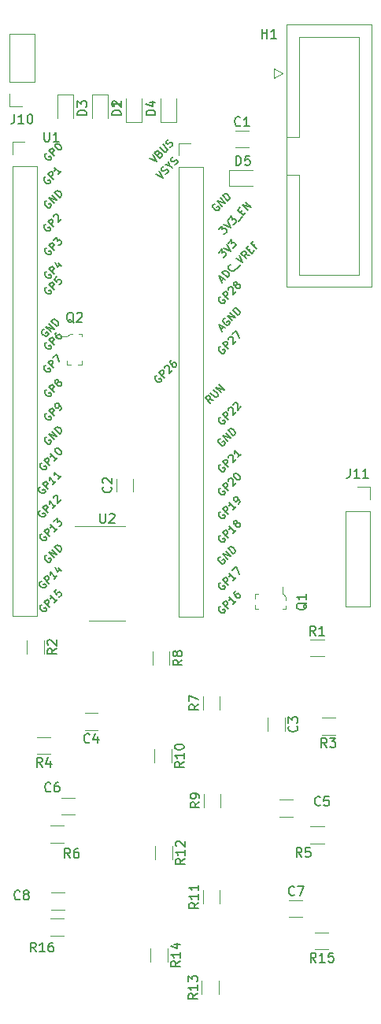
<source format=gbr>
%TF.GenerationSoftware,KiCad,Pcbnew,6.0.2+dfsg-1*%
%TF.CreationDate,2023-09-09T18:17:55+01:00*%
%TF.ProjectId,useq,75736571-2e6b-4696-9361-645f70636258,rev?*%
%TF.SameCoordinates,Original*%
%TF.FileFunction,Legend,Top*%
%TF.FilePolarity,Positive*%
%FSLAX46Y46*%
G04 Gerber Fmt 4.6, Leading zero omitted, Abs format (unit mm)*
G04 Created by KiCad (PCBNEW 6.0.2+dfsg-1) date 2023-09-09 18:17:55*
%MOMM*%
%LPD*%
G01*
G04 APERTURE LIST*
%ADD10C,0.150000*%
%ADD11C,0.120000*%
%ADD12C,0.100000*%
G04 APERTURE END LIST*
D10*
%TO.C,U2*%
X156638095Y-73052380D02*
X156638095Y-73861904D01*
X156685714Y-73957142D01*
X156733333Y-74004761D01*
X156828571Y-74052380D01*
X157019047Y-74052380D01*
X157114285Y-74004761D01*
X157161904Y-73957142D01*
X157209523Y-73861904D01*
X157209523Y-73052380D01*
X157638095Y-73147619D02*
X157685714Y-73100000D01*
X157780952Y-73052380D01*
X158019047Y-73052380D01*
X158114285Y-73100000D01*
X158161904Y-73147619D01*
X158209523Y-73242857D01*
X158209523Y-73338095D01*
X158161904Y-73480952D01*
X157590476Y-74052380D01*
X158209523Y-74052380D01*
%TO.C,R10*%
X165672380Y-99742857D02*
X165196190Y-100076190D01*
X165672380Y-100314285D02*
X164672380Y-100314285D01*
X164672380Y-99933333D01*
X164720000Y-99838095D01*
X164767619Y-99790476D01*
X164862857Y-99742857D01*
X165005714Y-99742857D01*
X165100952Y-99790476D01*
X165148571Y-99838095D01*
X165196190Y-99933333D01*
X165196190Y-100314285D01*
X165672380Y-98790476D02*
X165672380Y-99361904D01*
X165672380Y-99076190D02*
X164672380Y-99076190D01*
X164815238Y-99171428D01*
X164910476Y-99266666D01*
X164958095Y-99361904D01*
X164672380Y-98171428D02*
X164672380Y-98076190D01*
X164720000Y-97980952D01*
X164767619Y-97933333D01*
X164862857Y-97885714D01*
X165053333Y-97838095D01*
X165291428Y-97838095D01*
X165481904Y-97885714D01*
X165577142Y-97933333D01*
X165624761Y-97980952D01*
X165672380Y-98076190D01*
X165672380Y-98171428D01*
X165624761Y-98266666D01*
X165577142Y-98314285D01*
X165481904Y-98361904D01*
X165291428Y-98409523D01*
X165053333Y-98409523D01*
X164862857Y-98361904D01*
X164767619Y-98314285D01*
X164720000Y-98266666D01*
X164672380Y-98171428D01*
%TO.C,R15*%
X179857142Y-121272380D02*
X179523809Y-120796190D01*
X179285714Y-121272380D02*
X179285714Y-120272380D01*
X179666666Y-120272380D01*
X179761904Y-120320000D01*
X179809523Y-120367619D01*
X179857142Y-120462857D01*
X179857142Y-120605714D01*
X179809523Y-120700952D01*
X179761904Y-120748571D01*
X179666666Y-120796190D01*
X179285714Y-120796190D01*
X180809523Y-121272380D02*
X180238095Y-121272380D01*
X180523809Y-121272380D02*
X180523809Y-120272380D01*
X180428571Y-120415238D01*
X180333333Y-120510476D01*
X180238095Y-120558095D01*
X181714285Y-120272380D02*
X181238095Y-120272380D01*
X181190476Y-120748571D01*
X181238095Y-120700952D01*
X181333333Y-120653333D01*
X181571428Y-120653333D01*
X181666666Y-120700952D01*
X181714285Y-120748571D01*
X181761904Y-120843809D01*
X181761904Y-121081904D01*
X181714285Y-121177142D01*
X181666666Y-121224761D01*
X181571428Y-121272380D01*
X181333333Y-121272380D01*
X181238095Y-121224761D01*
X181190476Y-121177142D01*
%TO.C,R2*%
X151972380Y-87566666D02*
X151496190Y-87900000D01*
X151972380Y-88138095D02*
X150972380Y-88138095D01*
X150972380Y-87757142D01*
X151020000Y-87661904D01*
X151067619Y-87614285D01*
X151162857Y-87566666D01*
X151305714Y-87566666D01*
X151400952Y-87614285D01*
X151448571Y-87661904D01*
X151496190Y-87757142D01*
X151496190Y-88138095D01*
X151067619Y-87185714D02*
X151020000Y-87138095D01*
X150972380Y-87042857D01*
X150972380Y-86804761D01*
X151020000Y-86709523D01*
X151067619Y-86661904D01*
X151162857Y-86614285D01*
X151258095Y-86614285D01*
X151400952Y-86661904D01*
X151972380Y-87233333D01*
X151972380Y-86614285D01*
%TO.C,C6*%
X151333333Y-102857142D02*
X151285714Y-102904761D01*
X151142857Y-102952380D01*
X151047619Y-102952380D01*
X150904761Y-102904761D01*
X150809523Y-102809523D01*
X150761904Y-102714285D01*
X150714285Y-102523809D01*
X150714285Y-102380952D01*
X150761904Y-102190476D01*
X150809523Y-102095238D01*
X150904761Y-102000000D01*
X151047619Y-101952380D01*
X151142857Y-101952380D01*
X151285714Y-102000000D01*
X151333333Y-102047619D01*
X152190476Y-101952380D02*
X152000000Y-101952380D01*
X151904761Y-102000000D01*
X151857142Y-102047619D01*
X151761904Y-102190476D01*
X151714285Y-102380952D01*
X151714285Y-102761904D01*
X151761904Y-102857142D01*
X151809523Y-102904761D01*
X151904761Y-102952380D01*
X152095238Y-102952380D01*
X152190476Y-102904761D01*
X152238095Y-102857142D01*
X152285714Y-102761904D01*
X152285714Y-102523809D01*
X152238095Y-102428571D01*
X152190476Y-102380952D01*
X152095238Y-102333333D01*
X151904761Y-102333333D01*
X151809523Y-102380952D01*
X151761904Y-102428571D01*
X151714285Y-102523809D01*
%TO.C,R3*%
X181033333Y-98172380D02*
X180700000Y-97696190D01*
X180461904Y-98172380D02*
X180461904Y-97172380D01*
X180842857Y-97172380D01*
X180938095Y-97220000D01*
X180985714Y-97267619D01*
X181033333Y-97362857D01*
X181033333Y-97505714D01*
X180985714Y-97600952D01*
X180938095Y-97648571D01*
X180842857Y-97696190D01*
X180461904Y-97696190D01*
X181366666Y-97172380D02*
X181985714Y-97172380D01*
X181652380Y-97553333D01*
X181795238Y-97553333D01*
X181890476Y-97600952D01*
X181938095Y-97648571D01*
X181985714Y-97743809D01*
X181985714Y-97981904D01*
X181938095Y-98077142D01*
X181890476Y-98124761D01*
X181795238Y-98172380D01*
X181509523Y-98172380D01*
X181414285Y-98124761D01*
X181366666Y-98077142D01*
%TO.C,C3*%
X177807142Y-95866666D02*
X177854761Y-95914285D01*
X177902380Y-96057142D01*
X177902380Y-96152380D01*
X177854761Y-96295238D01*
X177759523Y-96390476D01*
X177664285Y-96438095D01*
X177473809Y-96485714D01*
X177330952Y-96485714D01*
X177140476Y-96438095D01*
X177045238Y-96390476D01*
X176950000Y-96295238D01*
X176902380Y-96152380D01*
X176902380Y-96057142D01*
X176950000Y-95914285D01*
X176997619Y-95866666D01*
X176902380Y-95533333D02*
X176902380Y-94914285D01*
X177283333Y-95247619D01*
X177283333Y-95104761D01*
X177330952Y-95009523D01*
X177378571Y-94961904D01*
X177473809Y-94914285D01*
X177711904Y-94914285D01*
X177807142Y-94961904D01*
X177854761Y-95009523D01*
X177902380Y-95104761D01*
X177902380Y-95390476D01*
X177854761Y-95485714D01*
X177807142Y-95533333D01*
%TO.C,Q1*%
X178888619Y-82626238D02*
X178841000Y-82721476D01*
X178745761Y-82816714D01*
X178602904Y-82959571D01*
X178555285Y-83054809D01*
X178555285Y-83150047D01*
X178793380Y-83102428D02*
X178745761Y-83197666D01*
X178650523Y-83292904D01*
X178460047Y-83340523D01*
X178126714Y-83340523D01*
X177936238Y-83292904D01*
X177841000Y-83197666D01*
X177793380Y-83102428D01*
X177793380Y-82911952D01*
X177841000Y-82816714D01*
X177936238Y-82721476D01*
X178126714Y-82673857D01*
X178460047Y-82673857D01*
X178650523Y-82721476D01*
X178745761Y-82816714D01*
X178793380Y-82911952D01*
X178793380Y-83102428D01*
X178793380Y-81721476D02*
X178793380Y-82292904D01*
X178793380Y-82007190D02*
X177793380Y-82007190D01*
X177936238Y-82102428D01*
X178031476Y-82197666D01*
X178079095Y-82292904D01*
%TO.C,U1*%
X150638095Y-32052380D02*
X150638095Y-32861904D01*
X150685714Y-32957142D01*
X150733333Y-33004761D01*
X150828571Y-33052380D01*
X151019047Y-33052380D01*
X151114285Y-33004761D01*
X151161904Y-32957142D01*
X151209523Y-32861904D01*
X151209523Y-32052380D01*
X152209523Y-33052380D02*
X151638095Y-33052380D01*
X151923809Y-33052380D02*
X151923809Y-32052380D01*
X151828571Y-32195238D01*
X151733333Y-32290476D01*
X151638095Y-32338095D01*
X150243722Y-70150592D02*
X150162910Y-70177529D01*
X150082097Y-70258341D01*
X150028223Y-70366091D01*
X150028223Y-70473841D01*
X150055160Y-70554653D01*
X150135972Y-70689340D01*
X150216784Y-70770152D01*
X150351471Y-70850964D01*
X150432284Y-70877902D01*
X150540033Y-70877902D01*
X150647783Y-70824027D01*
X150701658Y-70770152D01*
X150755532Y-70662402D01*
X150755532Y-70608528D01*
X150566971Y-70419966D01*
X150459221Y-70527715D01*
X151051844Y-70419966D02*
X150486158Y-69854280D01*
X150701658Y-69638781D01*
X150782470Y-69611844D01*
X150836345Y-69611844D01*
X150917157Y-69638781D01*
X150997969Y-69719593D01*
X151024906Y-69800406D01*
X151024906Y-69854280D01*
X150997969Y-69935093D01*
X150782470Y-70150592D01*
X151913841Y-69557969D02*
X151590592Y-69881218D01*
X151752216Y-69719593D02*
X151186531Y-69153908D01*
X151213468Y-69288595D01*
X151213468Y-69396345D01*
X151186531Y-69477157D01*
X152452589Y-69019221D02*
X152129340Y-69342470D01*
X152290964Y-69180845D02*
X151725279Y-68615160D01*
X151752216Y-68749847D01*
X151752216Y-68857597D01*
X151725279Y-68938409D01*
X161953129Y-34827309D02*
X162707377Y-35204433D01*
X162330253Y-34450186D01*
X162976751Y-34342436D02*
X163084500Y-34288561D01*
X163138375Y-34288561D01*
X163219187Y-34315499D01*
X163300000Y-34396311D01*
X163326937Y-34477123D01*
X163326937Y-34530998D01*
X163300000Y-34611810D01*
X163084500Y-34827309D01*
X162518815Y-34261624D01*
X162707377Y-34073062D01*
X162788189Y-34046125D01*
X162842064Y-34046125D01*
X162922876Y-34073062D01*
X162976751Y-34126937D01*
X163003688Y-34207749D01*
X163003688Y-34261624D01*
X162976751Y-34342436D01*
X162788189Y-34530998D01*
X163084500Y-33695938D02*
X163542436Y-34153874D01*
X163623248Y-34180812D01*
X163677123Y-34180812D01*
X163757935Y-34153874D01*
X163865685Y-34046125D01*
X163892622Y-33965312D01*
X163892622Y-33911438D01*
X163865685Y-33830625D01*
X163407749Y-33372690D01*
X164188934Y-33669001D02*
X164296683Y-33615126D01*
X164431370Y-33480439D01*
X164458308Y-33399627D01*
X164458308Y-33345752D01*
X164431370Y-33264940D01*
X164377496Y-33211065D01*
X164296683Y-33184128D01*
X164242809Y-33184128D01*
X164161996Y-33211065D01*
X164027309Y-33291877D01*
X163946497Y-33318815D01*
X163892622Y-33318815D01*
X163811810Y-33291877D01*
X163757935Y-33238003D01*
X163730998Y-33157190D01*
X163730998Y-33103316D01*
X163757935Y-33022503D01*
X163892622Y-32887816D01*
X164000372Y-32833942D01*
X169586158Y-64998155D02*
X169505346Y-65025093D01*
X169424534Y-65105905D01*
X169370659Y-65213654D01*
X169370659Y-65321404D01*
X169397597Y-65402216D01*
X169478409Y-65536903D01*
X169559221Y-65617715D01*
X169693908Y-65698528D01*
X169774720Y-65725465D01*
X169882470Y-65725465D01*
X169990219Y-65671590D01*
X170044094Y-65617715D01*
X170097969Y-65509966D01*
X170097969Y-65456091D01*
X169909407Y-65267529D01*
X169801658Y-65375279D01*
X170394280Y-65267529D02*
X169828595Y-64701844D01*
X170717529Y-64944280D01*
X170151844Y-64378595D01*
X170986903Y-64674906D02*
X170421218Y-64109221D01*
X170555905Y-63974534D01*
X170663654Y-63920659D01*
X170771404Y-63920659D01*
X170852216Y-63947597D01*
X170986903Y-64028409D01*
X171067715Y-64109221D01*
X171148528Y-64243908D01*
X171175465Y-64324720D01*
X171175465Y-64432470D01*
X171121590Y-64540219D01*
X170986903Y-64674906D01*
X169654788Y-48033773D02*
X169924162Y-47764399D01*
X169762537Y-48249272D02*
X169385414Y-47495025D01*
X170139661Y-47872149D01*
X170328223Y-47683587D02*
X169762537Y-47117902D01*
X169897224Y-46983215D01*
X170004974Y-46929340D01*
X170112723Y-46929340D01*
X170193536Y-46956277D01*
X170328223Y-47037089D01*
X170409035Y-47117902D01*
X170489847Y-47252589D01*
X170516784Y-47333401D01*
X170516784Y-47441150D01*
X170462910Y-47548900D01*
X170328223Y-47683587D01*
X171163282Y-46740778D02*
X171163282Y-46794653D01*
X171109407Y-46902402D01*
X171055532Y-46956277D01*
X170947783Y-47010152D01*
X170840033Y-47010152D01*
X170759221Y-46983215D01*
X170624534Y-46902402D01*
X170543722Y-46821590D01*
X170462910Y-46686903D01*
X170435972Y-46606091D01*
X170435972Y-46498341D01*
X170489847Y-46390592D01*
X170543722Y-46336717D01*
X170651471Y-46282842D01*
X170705346Y-46282842D01*
X171378781Y-46740778D02*
X171809780Y-46309780D01*
X171244094Y-45636345D02*
X171998341Y-46013468D01*
X171621218Y-45259221D01*
X172698714Y-45313096D02*
X172240778Y-45232284D01*
X172375465Y-45636345D02*
X171809780Y-45070659D01*
X172025279Y-44855160D01*
X172106091Y-44828223D01*
X172159966Y-44828223D01*
X172240778Y-44855160D01*
X172321590Y-44935972D01*
X172348528Y-45016784D01*
X172348528Y-45070659D01*
X172321590Y-45151471D01*
X172106091Y-45366971D01*
X172644839Y-44774348D02*
X172833401Y-44585786D01*
X173210524Y-44801285D02*
X172941150Y-45070659D01*
X172375465Y-44504974D01*
X172644839Y-44235600D01*
X173345211Y-44073975D02*
X173156650Y-44262537D01*
X173452961Y-44558849D02*
X172887276Y-43993163D01*
X173156650Y-43723789D01*
X169597722Y-67790592D02*
X169516910Y-67817529D01*
X169436097Y-67898341D01*
X169382223Y-68006091D01*
X169382223Y-68113841D01*
X169409160Y-68194653D01*
X169489972Y-68329340D01*
X169570784Y-68410152D01*
X169705471Y-68490964D01*
X169786284Y-68517902D01*
X169894033Y-68517902D01*
X170001783Y-68464027D01*
X170055658Y-68410152D01*
X170109532Y-68302402D01*
X170109532Y-68248528D01*
X169920971Y-68059966D01*
X169813221Y-68167715D01*
X170405844Y-68059966D02*
X169840158Y-67494280D01*
X170055658Y-67278781D01*
X170136470Y-67251844D01*
X170190345Y-67251844D01*
X170271157Y-67278781D01*
X170351969Y-67359593D01*
X170378906Y-67440406D01*
X170378906Y-67494280D01*
X170351969Y-67575093D01*
X170136470Y-67790592D01*
X170432781Y-67009407D02*
X170432781Y-66955532D01*
X170459719Y-66874720D01*
X170594406Y-66740033D01*
X170675218Y-66713096D01*
X170729093Y-66713096D01*
X170809905Y-66740033D01*
X170863780Y-66793908D01*
X170917654Y-66901658D01*
X170917654Y-67548155D01*
X171267841Y-67197969D01*
X171806589Y-66659221D02*
X171483340Y-66982470D01*
X171644964Y-66820845D02*
X171079279Y-66255160D01*
X171106216Y-66389847D01*
X171106216Y-66497597D01*
X171079279Y-66578409D01*
X169389847Y-44990592D02*
X169740033Y-44640406D01*
X169766971Y-45044467D01*
X169847783Y-44963654D01*
X169928595Y-44936717D01*
X169982470Y-44936717D01*
X170063282Y-44963654D01*
X170197969Y-45098341D01*
X170224906Y-45179154D01*
X170224906Y-45233028D01*
X170197969Y-45313841D01*
X170036345Y-45475465D01*
X169955532Y-45502402D01*
X169901658Y-45502402D01*
X169901658Y-44478781D02*
X170655905Y-44855905D01*
X170278781Y-44101658D01*
X170413468Y-43966971D02*
X170763654Y-43616784D01*
X170790592Y-44020845D01*
X170871404Y-43940033D01*
X170952216Y-43913096D01*
X171006091Y-43913096D01*
X171086903Y-43940033D01*
X171221590Y-44074720D01*
X171248528Y-44155532D01*
X171248528Y-44209407D01*
X171221590Y-44290219D01*
X171059966Y-44451844D01*
X170979154Y-44478781D01*
X170925279Y-44478781D01*
X150913096Y-48721218D02*
X150832284Y-48748155D01*
X150751471Y-48828967D01*
X150697597Y-48936717D01*
X150697597Y-49044467D01*
X150724534Y-49125279D01*
X150805346Y-49259966D01*
X150886158Y-49340778D01*
X151020845Y-49421590D01*
X151101658Y-49448528D01*
X151209407Y-49448528D01*
X151317157Y-49394653D01*
X151371032Y-49340778D01*
X151424906Y-49233028D01*
X151424906Y-49179154D01*
X151236345Y-48990592D01*
X151128595Y-49098341D01*
X151721218Y-48990592D02*
X151155532Y-48424906D01*
X151371032Y-48209407D01*
X151451844Y-48182470D01*
X151505719Y-48182470D01*
X151586531Y-48209407D01*
X151667343Y-48290219D01*
X151694280Y-48371032D01*
X151694280Y-48424906D01*
X151667343Y-48505719D01*
X151451844Y-48721218D01*
X151990592Y-47589847D02*
X151721218Y-47859221D01*
X151963654Y-48155532D01*
X151963654Y-48101658D01*
X151990592Y-48020845D01*
X152125279Y-47886158D01*
X152206091Y-47859221D01*
X152259966Y-47859221D01*
X152340778Y-47886158D01*
X152475465Y-48020845D01*
X152502402Y-48101658D01*
X152502402Y-48155532D01*
X152475465Y-48236345D01*
X152340778Y-48371032D01*
X152259966Y-48397969D01*
X152206091Y-48397969D01*
X162743722Y-58190592D02*
X162662910Y-58217529D01*
X162582097Y-58298341D01*
X162528223Y-58406091D01*
X162528223Y-58513841D01*
X162555160Y-58594653D01*
X162635972Y-58729340D01*
X162716784Y-58810152D01*
X162851471Y-58890964D01*
X162932284Y-58917902D01*
X163040033Y-58917902D01*
X163147783Y-58864027D01*
X163201658Y-58810152D01*
X163255532Y-58702402D01*
X163255532Y-58648528D01*
X163066971Y-58459966D01*
X162959221Y-58567715D01*
X163551844Y-58459966D02*
X162986158Y-57894280D01*
X163201658Y-57678781D01*
X163282470Y-57651844D01*
X163336345Y-57651844D01*
X163417157Y-57678781D01*
X163497969Y-57759593D01*
X163524906Y-57840406D01*
X163524906Y-57894280D01*
X163497969Y-57975093D01*
X163282470Y-58190592D01*
X163578781Y-57409407D02*
X163578781Y-57355532D01*
X163605719Y-57274720D01*
X163740406Y-57140033D01*
X163821218Y-57113096D01*
X163875093Y-57113096D01*
X163955905Y-57140033D01*
X164009780Y-57193908D01*
X164063654Y-57301658D01*
X164063654Y-57948155D01*
X164413841Y-57597969D01*
X164333028Y-56547410D02*
X164225279Y-56655160D01*
X164198341Y-56735972D01*
X164198341Y-56789847D01*
X164225279Y-56924534D01*
X164306091Y-57059221D01*
X164521590Y-57274720D01*
X164602402Y-57301658D01*
X164656277Y-57301658D01*
X164737089Y-57274720D01*
X164844839Y-57166971D01*
X164871776Y-57086158D01*
X164871776Y-57032284D01*
X164844839Y-56951471D01*
X164710152Y-56816784D01*
X164629340Y-56789847D01*
X164575465Y-56789847D01*
X164494653Y-56816784D01*
X164386903Y-56924534D01*
X164359966Y-57005346D01*
X164359966Y-57059221D01*
X164386903Y-57140033D01*
X150813096Y-41941218D02*
X150732284Y-41968155D01*
X150651471Y-42048967D01*
X150597597Y-42156717D01*
X150597597Y-42264467D01*
X150624534Y-42345279D01*
X150705346Y-42479966D01*
X150786158Y-42560778D01*
X150920845Y-42641590D01*
X151001658Y-42668528D01*
X151109407Y-42668528D01*
X151217157Y-42614653D01*
X151271032Y-42560778D01*
X151324906Y-42453028D01*
X151324906Y-42399154D01*
X151136345Y-42210592D01*
X151028595Y-42318341D01*
X151621218Y-42210592D02*
X151055532Y-41644906D01*
X151271032Y-41429407D01*
X151351844Y-41402470D01*
X151405719Y-41402470D01*
X151486531Y-41429407D01*
X151567343Y-41510219D01*
X151594280Y-41591032D01*
X151594280Y-41644906D01*
X151567343Y-41725719D01*
X151351844Y-41941218D01*
X151648155Y-41160033D02*
X151648155Y-41106158D01*
X151675093Y-41025346D01*
X151809780Y-40890659D01*
X151890592Y-40863722D01*
X151944467Y-40863722D01*
X152025279Y-40890659D01*
X152079154Y-40944534D01*
X152133028Y-41052284D01*
X152133028Y-41698781D01*
X152483215Y-41348595D01*
X150913096Y-54641218D02*
X150832284Y-54668155D01*
X150751471Y-54748967D01*
X150697597Y-54856717D01*
X150697597Y-54964467D01*
X150724534Y-55045279D01*
X150805346Y-55179966D01*
X150886158Y-55260778D01*
X151020845Y-55341590D01*
X151101658Y-55368528D01*
X151209407Y-55368528D01*
X151317157Y-55314653D01*
X151371032Y-55260778D01*
X151424906Y-55153028D01*
X151424906Y-55099154D01*
X151236345Y-54910592D01*
X151128595Y-55018341D01*
X151721218Y-54910592D02*
X151155532Y-54344906D01*
X151371032Y-54129407D01*
X151451844Y-54102470D01*
X151505719Y-54102470D01*
X151586531Y-54129407D01*
X151667343Y-54210219D01*
X151694280Y-54291032D01*
X151694280Y-54344906D01*
X151667343Y-54425719D01*
X151451844Y-54641218D01*
X151963654Y-53536784D02*
X151855905Y-53644534D01*
X151828967Y-53725346D01*
X151828967Y-53779221D01*
X151855905Y-53913908D01*
X151936717Y-54048595D01*
X152152216Y-54264094D01*
X152233028Y-54291032D01*
X152286903Y-54291032D01*
X152367715Y-54264094D01*
X152475465Y-54156345D01*
X152502402Y-54075532D01*
X152502402Y-54021658D01*
X152475465Y-53940845D01*
X152340778Y-53806158D01*
X152259966Y-53779221D01*
X152206091Y-53779221D01*
X152125279Y-53806158D01*
X152017529Y-53913908D01*
X151990592Y-53994720D01*
X151990592Y-54048595D01*
X152017529Y-54129407D01*
X150913096Y-44481218D02*
X150832284Y-44508155D01*
X150751471Y-44588967D01*
X150697597Y-44696717D01*
X150697597Y-44804467D01*
X150724534Y-44885279D01*
X150805346Y-45019966D01*
X150886158Y-45100778D01*
X151020845Y-45181590D01*
X151101658Y-45208528D01*
X151209407Y-45208528D01*
X151317157Y-45154653D01*
X151371032Y-45100778D01*
X151424906Y-44993028D01*
X151424906Y-44939154D01*
X151236345Y-44750592D01*
X151128595Y-44858341D01*
X151721218Y-44750592D02*
X151155532Y-44184906D01*
X151371032Y-43969407D01*
X151451844Y-43942470D01*
X151505719Y-43942470D01*
X151586531Y-43969407D01*
X151667343Y-44050219D01*
X151694280Y-44131032D01*
X151694280Y-44184906D01*
X151667343Y-44265719D01*
X151451844Y-44481218D01*
X151667343Y-43673096D02*
X152017529Y-43322910D01*
X152044467Y-43726971D01*
X152125279Y-43646158D01*
X152206091Y-43619221D01*
X152259966Y-43619221D01*
X152340778Y-43646158D01*
X152475465Y-43780845D01*
X152502402Y-43861658D01*
X152502402Y-43915532D01*
X152475465Y-43996345D01*
X152313841Y-44157969D01*
X152233028Y-44184906D01*
X152179154Y-44184906D01*
X169597722Y-49746592D02*
X169516910Y-49773529D01*
X169436097Y-49854341D01*
X169382223Y-49962091D01*
X169382223Y-50069841D01*
X169409160Y-50150653D01*
X169489972Y-50285340D01*
X169570784Y-50366152D01*
X169705471Y-50446964D01*
X169786284Y-50473902D01*
X169894033Y-50473902D01*
X170001783Y-50420027D01*
X170055658Y-50366152D01*
X170109532Y-50258402D01*
X170109532Y-50204528D01*
X169920971Y-50015966D01*
X169813221Y-50123715D01*
X170405844Y-50015966D02*
X169840158Y-49450280D01*
X170055658Y-49234781D01*
X170136470Y-49207844D01*
X170190345Y-49207844D01*
X170271157Y-49234781D01*
X170351969Y-49315593D01*
X170378906Y-49396406D01*
X170378906Y-49450280D01*
X170351969Y-49531093D01*
X170136470Y-49746592D01*
X170432781Y-48965407D02*
X170432781Y-48911532D01*
X170459719Y-48830720D01*
X170594406Y-48696033D01*
X170675218Y-48669096D01*
X170729093Y-48669096D01*
X170809905Y-48696033D01*
X170863780Y-48749908D01*
X170917654Y-48857658D01*
X170917654Y-49504155D01*
X171267841Y-49153969D01*
X171267841Y-48507471D02*
X171187028Y-48534409D01*
X171133154Y-48534409D01*
X171052341Y-48507471D01*
X171025404Y-48480534D01*
X170998467Y-48399722D01*
X170998467Y-48345847D01*
X171025404Y-48265035D01*
X171133154Y-48157285D01*
X171213966Y-48130348D01*
X171267841Y-48130348D01*
X171348653Y-48157285D01*
X171375590Y-48184223D01*
X171402528Y-48265035D01*
X171402528Y-48318910D01*
X171375590Y-48399722D01*
X171267841Y-48507471D01*
X171240903Y-48588284D01*
X171240903Y-48642158D01*
X171267841Y-48722971D01*
X171375590Y-48830720D01*
X171456402Y-48857658D01*
X171510277Y-48857658D01*
X171591089Y-48830720D01*
X171698839Y-48722971D01*
X171725776Y-48642158D01*
X171725776Y-48588284D01*
X171698839Y-48507471D01*
X171591089Y-48399722D01*
X171510277Y-48372784D01*
X171456402Y-48372784D01*
X171375590Y-48399722D01*
X168838375Y-60873435D02*
X168380439Y-60792622D01*
X168515126Y-61196683D02*
X167949441Y-60630998D01*
X168164940Y-60415499D01*
X168245752Y-60388561D01*
X168299627Y-60388561D01*
X168380439Y-60415499D01*
X168461251Y-60496311D01*
X168488189Y-60577123D01*
X168488189Y-60630998D01*
X168461251Y-60711810D01*
X168245752Y-60927309D01*
X168515126Y-60065312D02*
X168973062Y-60523248D01*
X169053874Y-60550186D01*
X169107749Y-60550186D01*
X169188561Y-60523248D01*
X169296311Y-60415499D01*
X169323248Y-60334687D01*
X169323248Y-60280812D01*
X169296311Y-60199999D01*
X168838375Y-59742064D01*
X169673435Y-60038375D02*
X169107749Y-59472690D01*
X169996683Y-59715126D01*
X169430998Y-59149441D01*
X150886158Y-77528155D02*
X150805346Y-77555093D01*
X150724534Y-77635905D01*
X150670659Y-77743654D01*
X150670659Y-77851404D01*
X150697597Y-77932216D01*
X150778409Y-78066903D01*
X150859221Y-78147715D01*
X150993908Y-78228528D01*
X151074720Y-78255465D01*
X151182470Y-78255465D01*
X151290219Y-78201590D01*
X151344094Y-78147715D01*
X151397969Y-78039966D01*
X151397969Y-77986091D01*
X151209407Y-77797529D01*
X151101658Y-77905279D01*
X151694280Y-77797529D02*
X151128595Y-77231844D01*
X152017529Y-77474280D01*
X151451844Y-76908595D01*
X152286903Y-77204906D02*
X151721218Y-76639221D01*
X151855905Y-76504534D01*
X151963654Y-76450659D01*
X152071404Y-76450659D01*
X152152216Y-76477597D01*
X152286903Y-76558409D01*
X152367715Y-76639221D01*
X152448528Y-76773908D01*
X152475465Y-76854720D01*
X152475465Y-76962470D01*
X152421590Y-77070219D01*
X152286903Y-77204906D01*
X150886158Y-39428155D02*
X150805346Y-39455093D01*
X150724534Y-39535905D01*
X150670659Y-39643654D01*
X150670659Y-39751404D01*
X150697597Y-39832216D01*
X150778409Y-39966903D01*
X150859221Y-40047715D01*
X150993908Y-40128528D01*
X151074720Y-40155465D01*
X151182470Y-40155465D01*
X151290219Y-40101590D01*
X151344094Y-40047715D01*
X151397969Y-39939966D01*
X151397969Y-39886091D01*
X151209407Y-39697529D01*
X151101658Y-39805279D01*
X151694280Y-39697529D02*
X151128595Y-39131844D01*
X152017529Y-39374280D01*
X151451844Y-38808595D01*
X152286903Y-39104906D02*
X151721218Y-38539221D01*
X151855905Y-38404534D01*
X151963654Y-38350659D01*
X152071404Y-38350659D01*
X152152216Y-38377597D01*
X152286903Y-38458409D01*
X152367715Y-38539221D01*
X152448528Y-38673908D01*
X152475465Y-38754720D01*
X152475465Y-38862470D01*
X152421590Y-38970219D01*
X152286903Y-39104906D01*
X150389722Y-67610592D02*
X150308910Y-67637529D01*
X150228097Y-67718341D01*
X150174223Y-67826091D01*
X150174223Y-67933841D01*
X150201160Y-68014653D01*
X150281972Y-68149340D01*
X150362784Y-68230152D01*
X150497471Y-68310964D01*
X150578284Y-68337902D01*
X150686033Y-68337902D01*
X150793783Y-68284027D01*
X150847658Y-68230152D01*
X150901532Y-68122402D01*
X150901532Y-68068528D01*
X150712971Y-67879966D01*
X150605221Y-67987715D01*
X151197844Y-67879966D02*
X150632158Y-67314280D01*
X150847658Y-67098781D01*
X150928470Y-67071844D01*
X150982345Y-67071844D01*
X151063157Y-67098781D01*
X151143969Y-67179593D01*
X151170906Y-67260406D01*
X151170906Y-67314280D01*
X151143969Y-67395093D01*
X150928470Y-67610592D01*
X152059841Y-67017969D02*
X151736592Y-67341218D01*
X151898216Y-67179593D02*
X151332531Y-66613908D01*
X151359468Y-66748595D01*
X151359468Y-66856345D01*
X151332531Y-66937157D01*
X151844341Y-66102097D02*
X151898216Y-66048223D01*
X151979028Y-66021285D01*
X152032903Y-66021285D01*
X152113715Y-66048223D01*
X152248402Y-66129035D01*
X152383089Y-66263722D01*
X152463902Y-66398409D01*
X152490839Y-66479221D01*
X152490839Y-66533096D01*
X152463902Y-66613908D01*
X152410027Y-66667783D01*
X152329215Y-66694720D01*
X152275340Y-66694720D01*
X152194528Y-66667783D01*
X152059841Y-66586971D01*
X151925154Y-66452284D01*
X151844341Y-66317597D01*
X151817404Y-66236784D01*
X151817404Y-66182910D01*
X151844341Y-66102097D01*
X169597722Y-55090592D02*
X169516910Y-55117529D01*
X169436097Y-55198341D01*
X169382223Y-55306091D01*
X169382223Y-55413841D01*
X169409160Y-55494653D01*
X169489972Y-55629340D01*
X169570784Y-55710152D01*
X169705471Y-55790964D01*
X169786284Y-55817902D01*
X169894033Y-55817902D01*
X170001783Y-55764027D01*
X170055658Y-55710152D01*
X170109532Y-55602402D01*
X170109532Y-55548528D01*
X169920971Y-55359966D01*
X169813221Y-55467715D01*
X170405844Y-55359966D02*
X169840158Y-54794280D01*
X170055658Y-54578781D01*
X170136470Y-54551844D01*
X170190345Y-54551844D01*
X170271157Y-54578781D01*
X170351969Y-54659593D01*
X170378906Y-54740406D01*
X170378906Y-54794280D01*
X170351969Y-54875093D01*
X170136470Y-55090592D01*
X170432781Y-54309407D02*
X170432781Y-54255532D01*
X170459719Y-54174720D01*
X170594406Y-54040033D01*
X170675218Y-54013096D01*
X170729093Y-54013096D01*
X170809905Y-54040033D01*
X170863780Y-54093908D01*
X170917654Y-54201658D01*
X170917654Y-54848155D01*
X171267841Y-54497969D01*
X170890717Y-53743722D02*
X171267841Y-53366598D01*
X171591089Y-54174720D01*
X150913096Y-34321218D02*
X150832284Y-34348155D01*
X150751471Y-34428967D01*
X150697597Y-34536717D01*
X150697597Y-34644467D01*
X150724534Y-34725279D01*
X150805346Y-34859966D01*
X150886158Y-34940778D01*
X151020845Y-35021590D01*
X151101658Y-35048528D01*
X151209407Y-35048528D01*
X151317157Y-34994653D01*
X151371032Y-34940778D01*
X151424906Y-34833028D01*
X151424906Y-34779154D01*
X151236345Y-34590592D01*
X151128595Y-34698341D01*
X151721218Y-34590592D02*
X151155532Y-34024906D01*
X151371032Y-33809407D01*
X151451844Y-33782470D01*
X151505719Y-33782470D01*
X151586531Y-33809407D01*
X151667343Y-33890219D01*
X151694280Y-33971032D01*
X151694280Y-34024906D01*
X151667343Y-34105719D01*
X151451844Y-34321218D01*
X151828967Y-33351471D02*
X151882842Y-33297597D01*
X151963654Y-33270659D01*
X152017529Y-33270659D01*
X152098341Y-33297597D01*
X152233028Y-33378409D01*
X152367715Y-33513096D01*
X152448528Y-33647783D01*
X152475465Y-33728595D01*
X152475465Y-33782470D01*
X152448528Y-33863282D01*
X152394653Y-33917157D01*
X152313841Y-33944094D01*
X152259966Y-33944094D01*
X152179154Y-33917157D01*
X152044467Y-33836345D01*
X151909780Y-33701658D01*
X151828967Y-33566971D01*
X151802030Y-33486158D01*
X151802030Y-33432284D01*
X151828967Y-33351471D01*
X150913096Y-47021218D02*
X150832284Y-47048155D01*
X150751471Y-47128967D01*
X150697597Y-47236717D01*
X150697597Y-47344467D01*
X150724534Y-47425279D01*
X150805346Y-47559966D01*
X150886158Y-47640778D01*
X151020845Y-47721590D01*
X151101658Y-47748528D01*
X151209407Y-47748528D01*
X151317157Y-47694653D01*
X151371032Y-47640778D01*
X151424906Y-47533028D01*
X151424906Y-47479154D01*
X151236345Y-47290592D01*
X151128595Y-47398341D01*
X151721218Y-47290592D02*
X151155532Y-46724906D01*
X151371032Y-46509407D01*
X151451844Y-46482470D01*
X151505719Y-46482470D01*
X151586531Y-46509407D01*
X151667343Y-46590219D01*
X151694280Y-46671032D01*
X151694280Y-46724906D01*
X151667343Y-46805719D01*
X151451844Y-47021218D01*
X152152216Y-46105346D02*
X152529340Y-46482470D01*
X151802030Y-46024534D02*
X152071404Y-46563282D01*
X152421590Y-46213096D01*
X169651597Y-53240964D02*
X169920971Y-52971590D01*
X169759346Y-53456463D02*
X169382223Y-52702216D01*
X170136470Y-53079340D01*
X170082595Y-52055719D02*
X170001783Y-52082656D01*
X169920971Y-52163468D01*
X169867096Y-52271218D01*
X169867096Y-52378967D01*
X169894033Y-52459780D01*
X169974845Y-52594467D01*
X170055658Y-52675279D01*
X170190345Y-52756091D01*
X170271157Y-52783028D01*
X170378906Y-52783028D01*
X170486656Y-52729154D01*
X170540531Y-52675279D01*
X170594406Y-52567529D01*
X170594406Y-52513654D01*
X170405844Y-52325093D01*
X170298094Y-52432842D01*
X170890717Y-52325093D02*
X170325032Y-51759407D01*
X171213966Y-52001844D01*
X170648280Y-51436158D01*
X171483340Y-51732470D02*
X170917654Y-51166784D01*
X171052341Y-51032097D01*
X171160091Y-50978223D01*
X171267841Y-50978223D01*
X171348653Y-51005160D01*
X171483340Y-51085972D01*
X171564152Y-51166784D01*
X171644964Y-51301471D01*
X171671902Y-51382284D01*
X171671902Y-51490033D01*
X171618027Y-51597783D01*
X171483340Y-51732470D01*
X169597722Y-80480592D02*
X169516910Y-80507529D01*
X169436097Y-80588341D01*
X169382223Y-80696091D01*
X169382223Y-80803841D01*
X169409160Y-80884653D01*
X169489972Y-81019340D01*
X169570784Y-81100152D01*
X169705471Y-81180964D01*
X169786284Y-81207902D01*
X169894033Y-81207902D01*
X170001783Y-81154027D01*
X170055658Y-81100152D01*
X170109532Y-80992402D01*
X170109532Y-80938528D01*
X169920971Y-80749966D01*
X169813221Y-80857715D01*
X170405844Y-80749966D02*
X169840158Y-80184280D01*
X170055658Y-79968781D01*
X170136470Y-79941844D01*
X170190345Y-79941844D01*
X170271157Y-79968781D01*
X170351969Y-80049593D01*
X170378906Y-80130406D01*
X170378906Y-80184280D01*
X170351969Y-80265093D01*
X170136470Y-80480592D01*
X171267841Y-79887969D02*
X170944592Y-80211218D01*
X171106216Y-80049593D02*
X170540531Y-79483908D01*
X170567468Y-79618595D01*
X170567468Y-79726345D01*
X170540531Y-79807157D01*
X170890717Y-79133722D02*
X171267841Y-78756598D01*
X171591089Y-79564720D01*
X169597722Y-70320592D02*
X169516910Y-70347529D01*
X169436097Y-70428341D01*
X169382223Y-70536091D01*
X169382223Y-70643841D01*
X169409160Y-70724653D01*
X169489972Y-70859340D01*
X169570784Y-70940152D01*
X169705471Y-71020964D01*
X169786284Y-71047902D01*
X169894033Y-71047902D01*
X170001783Y-70994027D01*
X170055658Y-70940152D01*
X170109532Y-70832402D01*
X170109532Y-70778528D01*
X169920971Y-70589966D01*
X169813221Y-70697715D01*
X170405844Y-70589966D02*
X169840158Y-70024280D01*
X170055658Y-69808781D01*
X170136470Y-69781844D01*
X170190345Y-69781844D01*
X170271157Y-69808781D01*
X170351969Y-69889593D01*
X170378906Y-69970406D01*
X170378906Y-70024280D01*
X170351969Y-70105093D01*
X170136470Y-70320592D01*
X170432781Y-69539407D02*
X170432781Y-69485532D01*
X170459719Y-69404720D01*
X170594406Y-69270033D01*
X170675218Y-69243096D01*
X170729093Y-69243096D01*
X170809905Y-69270033D01*
X170863780Y-69323908D01*
X170917654Y-69431658D01*
X170917654Y-70078155D01*
X171267841Y-69727969D01*
X171052341Y-68812097D02*
X171106216Y-68758223D01*
X171187028Y-68731285D01*
X171240903Y-68731285D01*
X171321715Y-68758223D01*
X171456402Y-68839035D01*
X171591089Y-68973722D01*
X171671902Y-69108409D01*
X171698839Y-69189221D01*
X171698839Y-69243096D01*
X171671902Y-69323908D01*
X171618027Y-69377783D01*
X171537215Y-69404720D01*
X171483340Y-69404720D01*
X171402528Y-69377783D01*
X171267841Y-69296971D01*
X171133154Y-69162284D01*
X171052341Y-69027597D01*
X171025404Y-68946784D01*
X171025404Y-68892910D01*
X171052341Y-68812097D01*
X150886158Y-64828155D02*
X150805346Y-64855093D01*
X150724534Y-64935905D01*
X150670659Y-65043654D01*
X150670659Y-65151404D01*
X150697597Y-65232216D01*
X150778409Y-65366903D01*
X150859221Y-65447715D01*
X150993908Y-65528528D01*
X151074720Y-65555465D01*
X151182470Y-65555465D01*
X151290219Y-65501590D01*
X151344094Y-65447715D01*
X151397969Y-65339966D01*
X151397969Y-65286091D01*
X151209407Y-65097529D01*
X151101658Y-65205279D01*
X151694280Y-65097529D02*
X151128595Y-64531844D01*
X152017529Y-64774280D01*
X151451844Y-64208595D01*
X152286903Y-64504906D02*
X151721218Y-63939221D01*
X151855905Y-63804534D01*
X151963654Y-63750659D01*
X152071404Y-63750659D01*
X152152216Y-63777597D01*
X152286903Y-63858409D01*
X152367715Y-63939221D01*
X152448528Y-64073908D01*
X152475465Y-64154720D01*
X152475465Y-64262470D01*
X152421590Y-64370219D01*
X152286903Y-64504906D01*
X162620473Y-36559966D02*
X163374720Y-36937089D01*
X162997597Y-36182842D01*
X163697969Y-36559966D02*
X163805719Y-36506091D01*
X163940406Y-36371404D01*
X163967343Y-36290592D01*
X163967343Y-36236717D01*
X163940406Y-36155905D01*
X163886531Y-36102030D01*
X163805719Y-36075093D01*
X163751844Y-36075093D01*
X163671032Y-36102030D01*
X163536345Y-36182842D01*
X163455532Y-36209780D01*
X163401658Y-36209780D01*
X163320845Y-36182842D01*
X163266971Y-36128967D01*
X163240033Y-36048155D01*
X163240033Y-35994280D01*
X163266971Y-35913468D01*
X163401658Y-35778781D01*
X163509407Y-35724906D01*
X164128967Y-35644094D02*
X164398341Y-35913468D01*
X163644094Y-35536345D02*
X164128967Y-35644094D01*
X164021218Y-35159221D01*
X164721590Y-35536345D02*
X164829340Y-35482470D01*
X164964027Y-35347783D01*
X164990964Y-35266971D01*
X164990964Y-35213096D01*
X164964027Y-35132284D01*
X164910152Y-35078409D01*
X164829340Y-35051471D01*
X164775465Y-35051471D01*
X164694653Y-35078409D01*
X164559966Y-35159221D01*
X164479154Y-35186158D01*
X164425279Y-35186158D01*
X164344467Y-35159221D01*
X164290592Y-35105346D01*
X164263654Y-35024534D01*
X164263654Y-34970659D01*
X164290592Y-34889847D01*
X164425279Y-34755160D01*
X164533028Y-34701285D01*
X150813096Y-57121218D02*
X150732284Y-57148155D01*
X150651471Y-57228967D01*
X150597597Y-57336717D01*
X150597597Y-57444467D01*
X150624534Y-57525279D01*
X150705346Y-57659966D01*
X150786158Y-57740778D01*
X150920845Y-57821590D01*
X151001658Y-57848528D01*
X151109407Y-57848528D01*
X151217157Y-57794653D01*
X151271032Y-57740778D01*
X151324906Y-57633028D01*
X151324906Y-57579154D01*
X151136345Y-57390592D01*
X151028595Y-57498341D01*
X151621218Y-57390592D02*
X151055532Y-56824906D01*
X151271032Y-56609407D01*
X151351844Y-56582470D01*
X151405719Y-56582470D01*
X151486531Y-56609407D01*
X151567343Y-56690219D01*
X151594280Y-56771032D01*
X151594280Y-56824906D01*
X151567343Y-56905719D01*
X151351844Y-57121218D01*
X151567343Y-56313096D02*
X151944467Y-55935972D01*
X152267715Y-56744094D01*
X150389722Y-82850592D02*
X150308910Y-82877529D01*
X150228097Y-82958341D01*
X150174223Y-83066091D01*
X150174223Y-83173841D01*
X150201160Y-83254653D01*
X150281972Y-83389340D01*
X150362784Y-83470152D01*
X150497471Y-83550964D01*
X150578284Y-83577902D01*
X150686033Y-83577902D01*
X150793783Y-83524027D01*
X150847658Y-83470152D01*
X150901532Y-83362402D01*
X150901532Y-83308528D01*
X150712971Y-83119966D01*
X150605221Y-83227715D01*
X151197844Y-83119966D02*
X150632158Y-82554280D01*
X150847658Y-82338781D01*
X150928470Y-82311844D01*
X150982345Y-82311844D01*
X151063157Y-82338781D01*
X151143969Y-82419593D01*
X151170906Y-82500406D01*
X151170906Y-82554280D01*
X151143969Y-82635093D01*
X150928470Y-82850592D01*
X152059841Y-82257969D02*
X151736592Y-82581218D01*
X151898216Y-82419593D02*
X151332531Y-81853908D01*
X151359468Y-81988595D01*
X151359468Y-82096345D01*
X151332531Y-82177157D01*
X152005966Y-81180473D02*
X151736592Y-81449847D01*
X151979028Y-81746158D01*
X151979028Y-81692284D01*
X152005966Y-81611471D01*
X152140653Y-81476784D01*
X152221465Y-81449847D01*
X152275340Y-81449847D01*
X152356152Y-81476784D01*
X152490839Y-81611471D01*
X152517776Y-81692284D01*
X152517776Y-81746158D01*
X152490839Y-81826971D01*
X152356152Y-81961658D01*
X152275340Y-81988595D01*
X152221465Y-81988595D01*
X169597722Y-62700592D02*
X169516910Y-62727529D01*
X169436097Y-62808341D01*
X169382223Y-62916091D01*
X169382223Y-63023841D01*
X169409160Y-63104653D01*
X169489972Y-63239340D01*
X169570784Y-63320152D01*
X169705471Y-63400964D01*
X169786284Y-63427902D01*
X169894033Y-63427902D01*
X170001783Y-63374027D01*
X170055658Y-63320152D01*
X170109532Y-63212402D01*
X170109532Y-63158528D01*
X169920971Y-62969966D01*
X169813221Y-63077715D01*
X170405844Y-62969966D02*
X169840158Y-62404280D01*
X170055658Y-62188781D01*
X170136470Y-62161844D01*
X170190345Y-62161844D01*
X170271157Y-62188781D01*
X170351969Y-62269593D01*
X170378906Y-62350406D01*
X170378906Y-62404280D01*
X170351969Y-62485093D01*
X170136470Y-62700592D01*
X170432781Y-61919407D02*
X170432781Y-61865532D01*
X170459719Y-61784720D01*
X170594406Y-61650033D01*
X170675218Y-61623096D01*
X170729093Y-61623096D01*
X170809905Y-61650033D01*
X170863780Y-61703908D01*
X170917654Y-61811658D01*
X170917654Y-62458155D01*
X171267841Y-62107969D01*
X170971529Y-61380659D02*
X170971529Y-61326784D01*
X170998467Y-61245972D01*
X171133154Y-61111285D01*
X171213966Y-61084348D01*
X171267841Y-61084348D01*
X171348653Y-61111285D01*
X171402528Y-61165160D01*
X171456402Y-61272910D01*
X171456402Y-61919407D01*
X171806589Y-61569221D01*
X169422131Y-42458308D02*
X169772317Y-42108122D01*
X169799255Y-42512183D01*
X169880067Y-42431370D01*
X169960879Y-42404433D01*
X170014754Y-42404433D01*
X170095566Y-42431370D01*
X170230253Y-42566057D01*
X170257190Y-42646870D01*
X170257190Y-42700744D01*
X170230253Y-42781557D01*
X170068629Y-42943181D01*
X169987816Y-42970118D01*
X169933942Y-42970118D01*
X169933942Y-41946497D02*
X170688189Y-42323621D01*
X170311065Y-41569374D01*
X170445752Y-41434687D02*
X170795938Y-41084500D01*
X170822876Y-41488561D01*
X170903688Y-41407749D01*
X170984500Y-41380812D01*
X171038375Y-41380812D01*
X171119187Y-41407749D01*
X171253874Y-41542436D01*
X171280812Y-41623248D01*
X171280812Y-41677123D01*
X171253874Y-41757935D01*
X171092250Y-41919560D01*
X171011438Y-41946497D01*
X170957563Y-41946497D01*
X171523248Y-41596311D02*
X171954247Y-41165312D01*
X171738748Y-40680439D02*
X171927309Y-40491877D01*
X172304433Y-40707377D02*
X172035059Y-40976751D01*
X171469374Y-40411065D01*
X171738748Y-40141691D01*
X172546870Y-40464940D02*
X171981184Y-39899255D01*
X172870118Y-40141691D01*
X172304433Y-39576006D01*
X168986158Y-39748155D02*
X168905346Y-39775093D01*
X168824534Y-39855905D01*
X168770659Y-39963654D01*
X168770659Y-40071404D01*
X168797597Y-40152216D01*
X168878409Y-40286903D01*
X168959221Y-40367715D01*
X169093908Y-40448528D01*
X169174720Y-40475465D01*
X169282470Y-40475465D01*
X169390219Y-40421590D01*
X169444094Y-40367715D01*
X169497969Y-40259966D01*
X169497969Y-40206091D01*
X169309407Y-40017529D01*
X169201658Y-40125279D01*
X169794280Y-40017529D02*
X169228595Y-39451844D01*
X170117529Y-39694280D01*
X169551844Y-39128595D01*
X170386903Y-39424906D02*
X169821218Y-38859221D01*
X169955905Y-38724534D01*
X170063654Y-38670659D01*
X170171404Y-38670659D01*
X170252216Y-38697597D01*
X170386903Y-38778409D01*
X170467715Y-38859221D01*
X170548528Y-38993908D01*
X170575465Y-39074720D01*
X170575465Y-39182470D01*
X170521590Y-39290219D01*
X170386903Y-39424906D01*
X169597722Y-72860592D02*
X169516910Y-72887529D01*
X169436097Y-72968341D01*
X169382223Y-73076091D01*
X169382223Y-73183841D01*
X169409160Y-73264653D01*
X169489972Y-73399340D01*
X169570784Y-73480152D01*
X169705471Y-73560964D01*
X169786284Y-73587902D01*
X169894033Y-73587902D01*
X170001783Y-73534027D01*
X170055658Y-73480152D01*
X170109532Y-73372402D01*
X170109532Y-73318528D01*
X169920971Y-73129966D01*
X169813221Y-73237715D01*
X170405844Y-73129966D02*
X169840158Y-72564280D01*
X170055658Y-72348781D01*
X170136470Y-72321844D01*
X170190345Y-72321844D01*
X170271157Y-72348781D01*
X170351969Y-72429593D01*
X170378906Y-72510406D01*
X170378906Y-72564280D01*
X170351969Y-72645093D01*
X170136470Y-72860592D01*
X171267841Y-72267969D02*
X170944592Y-72591218D01*
X171106216Y-72429593D02*
X170540531Y-71863908D01*
X170567468Y-71998595D01*
X170567468Y-72106345D01*
X170540531Y-72187157D01*
X171537215Y-71998595D02*
X171644964Y-71890845D01*
X171671902Y-71810033D01*
X171671902Y-71756158D01*
X171644964Y-71621471D01*
X171564152Y-71486784D01*
X171348653Y-71271285D01*
X171267841Y-71244348D01*
X171213966Y-71244348D01*
X171133154Y-71271285D01*
X171025404Y-71379035D01*
X170998467Y-71459847D01*
X170998467Y-71513722D01*
X171025404Y-71594534D01*
X171160091Y-71729221D01*
X171240903Y-71756158D01*
X171294778Y-71756158D01*
X171375590Y-71729221D01*
X171483340Y-71621471D01*
X171510277Y-71540659D01*
X171510277Y-71486784D01*
X171483340Y-71405972D01*
X150913096Y-59721218D02*
X150832284Y-59748155D01*
X150751471Y-59828967D01*
X150697597Y-59936717D01*
X150697597Y-60044467D01*
X150724534Y-60125279D01*
X150805346Y-60259966D01*
X150886158Y-60340778D01*
X151020845Y-60421590D01*
X151101658Y-60448528D01*
X151209407Y-60448528D01*
X151317157Y-60394653D01*
X151371032Y-60340778D01*
X151424906Y-60233028D01*
X151424906Y-60179154D01*
X151236345Y-59990592D01*
X151128595Y-60098341D01*
X151721218Y-59990592D02*
X151155532Y-59424906D01*
X151371032Y-59209407D01*
X151451844Y-59182470D01*
X151505719Y-59182470D01*
X151586531Y-59209407D01*
X151667343Y-59290219D01*
X151694280Y-59371032D01*
X151694280Y-59424906D01*
X151667343Y-59505719D01*
X151451844Y-59721218D01*
X152044467Y-59020845D02*
X151963654Y-59047783D01*
X151909780Y-59047783D01*
X151828967Y-59020845D01*
X151802030Y-58993908D01*
X151775093Y-58913096D01*
X151775093Y-58859221D01*
X151802030Y-58778409D01*
X151909780Y-58670659D01*
X151990592Y-58643722D01*
X152044467Y-58643722D01*
X152125279Y-58670659D01*
X152152216Y-58697597D01*
X152179154Y-58778409D01*
X152179154Y-58832284D01*
X152152216Y-58913096D01*
X152044467Y-59020845D01*
X152017529Y-59101658D01*
X152017529Y-59155532D01*
X152044467Y-59236345D01*
X152152216Y-59344094D01*
X152233028Y-59371032D01*
X152286903Y-59371032D01*
X152367715Y-59344094D01*
X152475465Y-59236345D01*
X152502402Y-59155532D01*
X152502402Y-59101658D01*
X152475465Y-59020845D01*
X152367715Y-58913096D01*
X152286903Y-58886158D01*
X152233028Y-58886158D01*
X152152216Y-58913096D01*
X150913096Y-62261218D02*
X150832284Y-62288155D01*
X150751471Y-62368967D01*
X150697597Y-62476717D01*
X150697597Y-62584467D01*
X150724534Y-62665279D01*
X150805346Y-62799966D01*
X150886158Y-62880778D01*
X151020845Y-62961590D01*
X151101658Y-62988528D01*
X151209407Y-62988528D01*
X151317157Y-62934653D01*
X151371032Y-62880778D01*
X151424906Y-62773028D01*
X151424906Y-62719154D01*
X151236345Y-62530592D01*
X151128595Y-62638341D01*
X151721218Y-62530592D02*
X151155532Y-61964906D01*
X151371032Y-61749407D01*
X151451844Y-61722470D01*
X151505719Y-61722470D01*
X151586531Y-61749407D01*
X151667343Y-61830219D01*
X151694280Y-61911032D01*
X151694280Y-61964906D01*
X151667343Y-62045719D01*
X151451844Y-62261218D01*
X152313841Y-61937969D02*
X152421590Y-61830219D01*
X152448528Y-61749407D01*
X152448528Y-61695532D01*
X152421590Y-61560845D01*
X152340778Y-61426158D01*
X152125279Y-61210659D01*
X152044467Y-61183722D01*
X151990592Y-61183722D01*
X151909780Y-61210659D01*
X151802030Y-61318409D01*
X151775093Y-61399221D01*
X151775093Y-61453096D01*
X151802030Y-61533908D01*
X151936717Y-61668595D01*
X152017529Y-61695532D01*
X152071404Y-61695532D01*
X152152216Y-61668595D01*
X152259966Y-61560845D01*
X152286903Y-61480033D01*
X152286903Y-61426158D01*
X152259966Y-61345346D01*
X150813096Y-36851218D02*
X150732284Y-36878155D01*
X150651471Y-36958967D01*
X150597597Y-37066717D01*
X150597597Y-37174467D01*
X150624534Y-37255279D01*
X150705346Y-37389966D01*
X150786158Y-37470778D01*
X150920845Y-37551590D01*
X151001658Y-37578528D01*
X151109407Y-37578528D01*
X151217157Y-37524653D01*
X151271032Y-37470778D01*
X151324906Y-37363028D01*
X151324906Y-37309154D01*
X151136345Y-37120592D01*
X151028595Y-37228341D01*
X151621218Y-37120592D02*
X151055532Y-36554906D01*
X151271032Y-36339407D01*
X151351844Y-36312470D01*
X151405719Y-36312470D01*
X151486531Y-36339407D01*
X151567343Y-36420219D01*
X151594280Y-36501032D01*
X151594280Y-36554906D01*
X151567343Y-36635719D01*
X151351844Y-36851218D01*
X152483215Y-36258595D02*
X152159966Y-36581844D01*
X152321590Y-36420219D02*
X151755905Y-35854534D01*
X151782842Y-35989221D01*
X151782842Y-36096971D01*
X151755905Y-36177783D01*
X150343722Y-80310592D02*
X150262910Y-80337529D01*
X150182097Y-80418341D01*
X150128223Y-80526091D01*
X150128223Y-80633841D01*
X150155160Y-80714653D01*
X150235972Y-80849340D01*
X150316784Y-80930152D01*
X150451471Y-81010964D01*
X150532284Y-81037902D01*
X150640033Y-81037902D01*
X150747783Y-80984027D01*
X150801658Y-80930152D01*
X150855532Y-80822402D01*
X150855532Y-80768528D01*
X150666971Y-80579966D01*
X150559221Y-80687715D01*
X151151844Y-80579966D02*
X150586158Y-80014280D01*
X150801658Y-79798781D01*
X150882470Y-79771844D01*
X150936345Y-79771844D01*
X151017157Y-79798781D01*
X151097969Y-79879593D01*
X151124906Y-79960406D01*
X151124906Y-80014280D01*
X151097969Y-80095093D01*
X150882470Y-80310592D01*
X152013841Y-79717969D02*
X151690592Y-80041218D01*
X151852216Y-79879593D02*
X151286531Y-79313908D01*
X151313468Y-79448595D01*
X151313468Y-79556345D01*
X151286531Y-79637157D01*
X152121590Y-78855972D02*
X152498714Y-79233096D01*
X151771404Y-78775160D02*
X152040778Y-79313908D01*
X152390964Y-78963722D01*
X169586158Y-77698155D02*
X169505346Y-77725093D01*
X169424534Y-77805905D01*
X169370659Y-77913654D01*
X169370659Y-78021404D01*
X169397597Y-78102216D01*
X169478409Y-78236903D01*
X169559221Y-78317715D01*
X169693908Y-78398528D01*
X169774720Y-78425465D01*
X169882470Y-78425465D01*
X169990219Y-78371590D01*
X170044094Y-78317715D01*
X170097969Y-78209966D01*
X170097969Y-78156091D01*
X169909407Y-77967529D01*
X169801658Y-78075279D01*
X170394280Y-77967529D02*
X169828595Y-77401844D01*
X170717529Y-77644280D01*
X170151844Y-77078595D01*
X170986903Y-77374906D02*
X170421218Y-76809221D01*
X170555905Y-76674534D01*
X170663654Y-76620659D01*
X170771404Y-76620659D01*
X170852216Y-76647597D01*
X170986903Y-76728409D01*
X171067715Y-76809221D01*
X171148528Y-76943908D01*
X171175465Y-77024720D01*
X171175465Y-77132470D01*
X171121590Y-77240219D01*
X170986903Y-77374906D01*
X169597722Y-75400592D02*
X169516910Y-75427529D01*
X169436097Y-75508341D01*
X169382223Y-75616091D01*
X169382223Y-75723841D01*
X169409160Y-75804653D01*
X169489972Y-75939340D01*
X169570784Y-76020152D01*
X169705471Y-76100964D01*
X169786284Y-76127902D01*
X169894033Y-76127902D01*
X170001783Y-76074027D01*
X170055658Y-76020152D01*
X170109532Y-75912402D01*
X170109532Y-75858528D01*
X169920971Y-75669966D01*
X169813221Y-75777715D01*
X170405844Y-75669966D02*
X169840158Y-75104280D01*
X170055658Y-74888781D01*
X170136470Y-74861844D01*
X170190345Y-74861844D01*
X170271157Y-74888781D01*
X170351969Y-74969593D01*
X170378906Y-75050406D01*
X170378906Y-75104280D01*
X170351969Y-75185093D01*
X170136470Y-75400592D01*
X171267841Y-74807969D02*
X170944592Y-75131218D01*
X171106216Y-74969593D02*
X170540531Y-74403908D01*
X170567468Y-74538595D01*
X170567468Y-74646345D01*
X170540531Y-74727157D01*
X171267841Y-74161471D02*
X171187028Y-74188409D01*
X171133154Y-74188409D01*
X171052341Y-74161471D01*
X171025404Y-74134534D01*
X170998467Y-74053722D01*
X170998467Y-73999847D01*
X171025404Y-73919035D01*
X171133154Y-73811285D01*
X171213966Y-73784348D01*
X171267841Y-73784348D01*
X171348653Y-73811285D01*
X171375590Y-73838223D01*
X171402528Y-73919035D01*
X171402528Y-73972910D01*
X171375590Y-74053722D01*
X171267841Y-74161471D01*
X171240903Y-74242284D01*
X171240903Y-74296158D01*
X171267841Y-74376971D01*
X171375590Y-74484720D01*
X171456402Y-74511658D01*
X171510277Y-74511658D01*
X171591089Y-74484720D01*
X171698839Y-74376971D01*
X171725776Y-74296158D01*
X171725776Y-74242284D01*
X171698839Y-74161471D01*
X171591089Y-74053722D01*
X171510277Y-74026784D01*
X171456402Y-74026784D01*
X171375590Y-74053722D01*
X150243722Y-72690592D02*
X150162910Y-72717529D01*
X150082097Y-72798341D01*
X150028223Y-72906091D01*
X150028223Y-73013841D01*
X150055160Y-73094653D01*
X150135972Y-73229340D01*
X150216784Y-73310152D01*
X150351471Y-73390964D01*
X150432284Y-73417902D01*
X150540033Y-73417902D01*
X150647783Y-73364027D01*
X150701658Y-73310152D01*
X150755532Y-73202402D01*
X150755532Y-73148528D01*
X150566971Y-72959966D01*
X150459221Y-73067715D01*
X151051844Y-72959966D02*
X150486158Y-72394280D01*
X150701658Y-72178781D01*
X150782470Y-72151844D01*
X150836345Y-72151844D01*
X150917157Y-72178781D01*
X150997969Y-72259593D01*
X151024906Y-72340406D01*
X151024906Y-72394280D01*
X150997969Y-72475093D01*
X150782470Y-72690592D01*
X151913841Y-72097969D02*
X151590592Y-72421218D01*
X151752216Y-72259593D02*
X151186531Y-71693908D01*
X151213468Y-71828595D01*
X151213468Y-71936345D01*
X151186531Y-72017157D01*
X151617529Y-71370659D02*
X151617529Y-71316784D01*
X151644467Y-71235972D01*
X151779154Y-71101285D01*
X151859966Y-71074348D01*
X151913841Y-71074348D01*
X151994653Y-71101285D01*
X152048528Y-71155160D01*
X152102402Y-71262910D01*
X152102402Y-71909407D01*
X152452589Y-71559221D01*
X150586158Y-53248155D02*
X150505346Y-53275093D01*
X150424534Y-53355905D01*
X150370659Y-53463654D01*
X150370659Y-53571404D01*
X150397597Y-53652216D01*
X150478409Y-53786903D01*
X150559221Y-53867715D01*
X150693908Y-53948528D01*
X150774720Y-53975465D01*
X150882470Y-53975465D01*
X150990219Y-53921590D01*
X151044094Y-53867715D01*
X151097969Y-53759966D01*
X151097969Y-53706091D01*
X150909407Y-53517529D01*
X150801658Y-53625279D01*
X151394280Y-53517529D02*
X150828595Y-52951844D01*
X151717529Y-53194280D01*
X151151844Y-52628595D01*
X151986903Y-52924906D02*
X151421218Y-52359221D01*
X151555905Y-52224534D01*
X151663654Y-52170659D01*
X151771404Y-52170659D01*
X151852216Y-52197597D01*
X151986903Y-52278409D01*
X152067715Y-52359221D01*
X152148528Y-52493908D01*
X152175465Y-52574720D01*
X152175465Y-52682470D01*
X152121590Y-52790219D01*
X151986903Y-52924906D01*
X169597722Y-83020592D02*
X169516910Y-83047529D01*
X169436097Y-83128341D01*
X169382223Y-83236091D01*
X169382223Y-83343841D01*
X169409160Y-83424653D01*
X169489972Y-83559340D01*
X169570784Y-83640152D01*
X169705471Y-83720964D01*
X169786284Y-83747902D01*
X169894033Y-83747902D01*
X170001783Y-83694027D01*
X170055658Y-83640152D01*
X170109532Y-83532402D01*
X170109532Y-83478528D01*
X169920971Y-83289966D01*
X169813221Y-83397715D01*
X170405844Y-83289966D02*
X169840158Y-82724280D01*
X170055658Y-82508781D01*
X170136470Y-82481844D01*
X170190345Y-82481844D01*
X170271157Y-82508781D01*
X170351969Y-82589593D01*
X170378906Y-82670406D01*
X170378906Y-82724280D01*
X170351969Y-82805093D01*
X170136470Y-83020592D01*
X171267841Y-82427969D02*
X170944592Y-82751218D01*
X171106216Y-82589593D02*
X170540531Y-82023908D01*
X170567468Y-82158595D01*
X170567468Y-82266345D01*
X170540531Y-82347157D01*
X171187028Y-81377410D02*
X171079279Y-81485160D01*
X171052341Y-81565972D01*
X171052341Y-81619847D01*
X171079279Y-81754534D01*
X171160091Y-81889221D01*
X171375590Y-82104720D01*
X171456402Y-82131658D01*
X171510277Y-82131658D01*
X171591089Y-82104720D01*
X171698839Y-81996971D01*
X171725776Y-81916158D01*
X171725776Y-81862284D01*
X171698839Y-81781471D01*
X171564152Y-81646784D01*
X171483340Y-81619847D01*
X171429465Y-81619847D01*
X171348653Y-81646784D01*
X171240903Y-81754534D01*
X171213966Y-81835346D01*
X171213966Y-81889221D01*
X171240903Y-81970033D01*
X150389722Y-75230592D02*
X150308910Y-75257529D01*
X150228097Y-75338341D01*
X150174223Y-75446091D01*
X150174223Y-75553841D01*
X150201160Y-75634653D01*
X150281972Y-75769340D01*
X150362784Y-75850152D01*
X150497471Y-75930964D01*
X150578284Y-75957902D01*
X150686033Y-75957902D01*
X150793783Y-75904027D01*
X150847658Y-75850152D01*
X150901532Y-75742402D01*
X150901532Y-75688528D01*
X150712971Y-75499966D01*
X150605221Y-75607715D01*
X151197844Y-75499966D02*
X150632158Y-74934280D01*
X150847658Y-74718781D01*
X150928470Y-74691844D01*
X150982345Y-74691844D01*
X151063157Y-74718781D01*
X151143969Y-74799593D01*
X151170906Y-74880406D01*
X151170906Y-74934280D01*
X151143969Y-75015093D01*
X150928470Y-75230592D01*
X152059841Y-74637969D02*
X151736592Y-74961218D01*
X151898216Y-74799593D02*
X151332531Y-74233908D01*
X151359468Y-74368595D01*
X151359468Y-74476345D01*
X151332531Y-74557157D01*
X151682717Y-73883722D02*
X152032903Y-73533536D01*
X152059841Y-73937597D01*
X152140653Y-73856784D01*
X152221465Y-73829847D01*
X152275340Y-73829847D01*
X152356152Y-73856784D01*
X152490839Y-73991471D01*
X152517776Y-74072284D01*
X152517776Y-74126158D01*
X152490839Y-74206971D01*
X152329215Y-74368595D01*
X152248402Y-74395532D01*
X152194528Y-74395532D01*
%TO.C,C4*%
X155533333Y-97607142D02*
X155485714Y-97654761D01*
X155342857Y-97702380D01*
X155247619Y-97702380D01*
X155104761Y-97654761D01*
X155009523Y-97559523D01*
X154961904Y-97464285D01*
X154914285Y-97273809D01*
X154914285Y-97130952D01*
X154961904Y-96940476D01*
X155009523Y-96845238D01*
X155104761Y-96750000D01*
X155247619Y-96702380D01*
X155342857Y-96702380D01*
X155485714Y-96750000D01*
X155533333Y-96797619D01*
X156390476Y-97035714D02*
X156390476Y-97702380D01*
X156152380Y-96654761D02*
X155914285Y-97369047D01*
X156533333Y-97369047D01*
%TO.C,R16*%
X149757142Y-120152380D02*
X149423809Y-119676190D01*
X149185714Y-120152380D02*
X149185714Y-119152380D01*
X149566666Y-119152380D01*
X149661904Y-119200000D01*
X149709523Y-119247619D01*
X149757142Y-119342857D01*
X149757142Y-119485714D01*
X149709523Y-119580952D01*
X149661904Y-119628571D01*
X149566666Y-119676190D01*
X149185714Y-119676190D01*
X150709523Y-120152380D02*
X150138095Y-120152380D01*
X150423809Y-120152380D02*
X150423809Y-119152380D01*
X150328571Y-119295238D01*
X150233333Y-119390476D01*
X150138095Y-119438095D01*
X151566666Y-119152380D02*
X151376190Y-119152380D01*
X151280952Y-119200000D01*
X151233333Y-119247619D01*
X151138095Y-119390476D01*
X151090476Y-119580952D01*
X151090476Y-119961904D01*
X151138095Y-120057142D01*
X151185714Y-120104761D01*
X151280952Y-120152380D01*
X151471428Y-120152380D01*
X151566666Y-120104761D01*
X151614285Y-120057142D01*
X151661904Y-119961904D01*
X151661904Y-119723809D01*
X151614285Y-119628571D01*
X151566666Y-119580952D01*
X151471428Y-119533333D01*
X151280952Y-119533333D01*
X151185714Y-119580952D01*
X151138095Y-119628571D01*
X151090476Y-119723809D01*
%TO.C,R14*%
X165272380Y-121142857D02*
X164796190Y-121476190D01*
X165272380Y-121714285D02*
X164272380Y-121714285D01*
X164272380Y-121333333D01*
X164320000Y-121238095D01*
X164367619Y-121190476D01*
X164462857Y-121142857D01*
X164605714Y-121142857D01*
X164700952Y-121190476D01*
X164748571Y-121238095D01*
X164796190Y-121333333D01*
X164796190Y-121714285D01*
X165272380Y-120190476D02*
X165272380Y-120761904D01*
X165272380Y-120476190D02*
X164272380Y-120476190D01*
X164415238Y-120571428D01*
X164510476Y-120666666D01*
X164558095Y-120761904D01*
X164605714Y-119333333D02*
X165272380Y-119333333D01*
X164224761Y-119571428D02*
X164939047Y-119809523D01*
X164939047Y-119190476D01*
%TO.C,D3*%
X155202380Y-30238095D02*
X154202380Y-30238095D01*
X154202380Y-30000000D01*
X154250000Y-29857142D01*
X154345238Y-29761904D01*
X154440476Y-29714285D01*
X154630952Y-29666666D01*
X154773809Y-29666666D01*
X154964285Y-29714285D01*
X155059523Y-29761904D01*
X155154761Y-29857142D01*
X155202380Y-30000000D01*
X155202380Y-30238095D01*
X154202380Y-29333333D02*
X154202380Y-28714285D01*
X154583333Y-29047619D01*
X154583333Y-28904761D01*
X154630952Y-28809523D01*
X154678571Y-28761904D01*
X154773809Y-28714285D01*
X155011904Y-28714285D01*
X155107142Y-28761904D01*
X155154761Y-28809523D01*
X155202380Y-28904761D01*
X155202380Y-29190476D01*
X155154761Y-29285714D01*
X155107142Y-29333333D01*
%TO.C,R5*%
X178333333Y-109952380D02*
X178000000Y-109476190D01*
X177761904Y-109952380D02*
X177761904Y-108952380D01*
X178142857Y-108952380D01*
X178238095Y-109000000D01*
X178285714Y-109047619D01*
X178333333Y-109142857D01*
X178333333Y-109285714D01*
X178285714Y-109380952D01*
X178238095Y-109428571D01*
X178142857Y-109476190D01*
X177761904Y-109476190D01*
X179238095Y-108952380D02*
X178761904Y-108952380D01*
X178714285Y-109428571D01*
X178761904Y-109380952D01*
X178857142Y-109333333D01*
X179095238Y-109333333D01*
X179190476Y-109380952D01*
X179238095Y-109428571D01*
X179285714Y-109523809D01*
X179285714Y-109761904D01*
X179238095Y-109857142D01*
X179190476Y-109904761D01*
X179095238Y-109952380D01*
X178857142Y-109952380D01*
X178761904Y-109904761D01*
X178714285Y-109857142D01*
%TO.C,J10*%
X147440476Y-30127380D02*
X147440476Y-30841666D01*
X147392857Y-30984523D01*
X147297619Y-31079761D01*
X147154761Y-31127380D01*
X147059523Y-31127380D01*
X148440476Y-31127380D02*
X147869047Y-31127380D01*
X148154761Y-31127380D02*
X148154761Y-30127380D01*
X148059523Y-30270238D01*
X147964285Y-30365476D01*
X147869047Y-30413095D01*
X149059523Y-30127380D02*
X149154761Y-30127380D01*
X149250000Y-30175000D01*
X149297619Y-30222619D01*
X149345238Y-30317857D01*
X149392857Y-30508333D01*
X149392857Y-30746428D01*
X149345238Y-30936904D01*
X149297619Y-31032142D01*
X149250000Y-31079761D01*
X149154761Y-31127380D01*
X149059523Y-31127380D01*
X148964285Y-31079761D01*
X148916666Y-31032142D01*
X148869047Y-30936904D01*
X148821428Y-30746428D01*
X148821428Y-30508333D01*
X148869047Y-30317857D01*
X148916666Y-30222619D01*
X148964285Y-30175000D01*
X149059523Y-30127380D01*
%TO.C,C7*%
X177533333Y-114007142D02*
X177485714Y-114054761D01*
X177342857Y-114102380D01*
X177247619Y-114102380D01*
X177104761Y-114054761D01*
X177009523Y-113959523D01*
X176961904Y-113864285D01*
X176914285Y-113673809D01*
X176914285Y-113530952D01*
X176961904Y-113340476D01*
X177009523Y-113245238D01*
X177104761Y-113150000D01*
X177247619Y-113102380D01*
X177342857Y-113102380D01*
X177485714Y-113150000D01*
X177533333Y-113197619D01*
X177866666Y-113102380D02*
X178533333Y-113102380D01*
X178104761Y-114102380D01*
%TO.C,R12*%
X165772380Y-110142857D02*
X165296190Y-110476190D01*
X165772380Y-110714285D02*
X164772380Y-110714285D01*
X164772380Y-110333333D01*
X164820000Y-110238095D01*
X164867619Y-110190476D01*
X164962857Y-110142857D01*
X165105714Y-110142857D01*
X165200952Y-110190476D01*
X165248571Y-110238095D01*
X165296190Y-110333333D01*
X165296190Y-110714285D01*
X165772380Y-109190476D02*
X165772380Y-109761904D01*
X165772380Y-109476190D02*
X164772380Y-109476190D01*
X164915238Y-109571428D01*
X165010476Y-109666666D01*
X165058095Y-109761904D01*
X164867619Y-108809523D02*
X164820000Y-108761904D01*
X164772380Y-108666666D01*
X164772380Y-108428571D01*
X164820000Y-108333333D01*
X164867619Y-108285714D01*
X164962857Y-108238095D01*
X165058095Y-108238095D01*
X165200952Y-108285714D01*
X165772380Y-108857142D01*
X165772380Y-108238095D01*
%TO.C,R1*%
X179833333Y-86132380D02*
X179500000Y-85656190D01*
X179261904Y-86132380D02*
X179261904Y-85132380D01*
X179642857Y-85132380D01*
X179738095Y-85180000D01*
X179785714Y-85227619D01*
X179833333Y-85322857D01*
X179833333Y-85465714D01*
X179785714Y-85560952D01*
X179738095Y-85608571D01*
X179642857Y-85656190D01*
X179261904Y-85656190D01*
X180785714Y-86132380D02*
X180214285Y-86132380D01*
X180500000Y-86132380D02*
X180500000Y-85132380D01*
X180404761Y-85275238D01*
X180309523Y-85370476D01*
X180214285Y-85418095D01*
%TO.C,C8*%
X148033333Y-114457142D02*
X147985714Y-114504761D01*
X147842857Y-114552380D01*
X147747619Y-114552380D01*
X147604761Y-114504761D01*
X147509523Y-114409523D01*
X147461904Y-114314285D01*
X147414285Y-114123809D01*
X147414285Y-113980952D01*
X147461904Y-113790476D01*
X147509523Y-113695238D01*
X147604761Y-113600000D01*
X147747619Y-113552380D01*
X147842857Y-113552380D01*
X147985714Y-113600000D01*
X148033333Y-113647619D01*
X148604761Y-113980952D02*
X148509523Y-113933333D01*
X148461904Y-113885714D01*
X148414285Y-113790476D01*
X148414285Y-113742857D01*
X148461904Y-113647619D01*
X148509523Y-113600000D01*
X148604761Y-113552380D01*
X148795238Y-113552380D01*
X148890476Y-113600000D01*
X148938095Y-113647619D01*
X148985714Y-113742857D01*
X148985714Y-113790476D01*
X148938095Y-113885714D01*
X148890476Y-113933333D01*
X148795238Y-113980952D01*
X148604761Y-113980952D01*
X148509523Y-114028571D01*
X148461904Y-114076190D01*
X148414285Y-114171428D01*
X148414285Y-114361904D01*
X148461904Y-114457142D01*
X148509523Y-114504761D01*
X148604761Y-114552380D01*
X148795238Y-114552380D01*
X148890476Y-114504761D01*
X148938095Y-114457142D01*
X148985714Y-114361904D01*
X148985714Y-114171428D01*
X148938095Y-114076190D01*
X148890476Y-114028571D01*
X148795238Y-113980952D01*
%TO.C,H1*%
X174038095Y-21952380D02*
X174038095Y-20952380D01*
X174038095Y-21428571D02*
X174609523Y-21428571D01*
X174609523Y-21952380D02*
X174609523Y-20952380D01*
X175609523Y-21952380D02*
X175038095Y-21952380D01*
X175323809Y-21952380D02*
X175323809Y-20952380D01*
X175228571Y-21095238D01*
X175133333Y-21190476D01*
X175038095Y-21238095D01*
%TO.C,D4*%
X162602380Y-30238095D02*
X161602380Y-30238095D01*
X161602380Y-30000000D01*
X161650000Y-29857142D01*
X161745238Y-29761904D01*
X161840476Y-29714285D01*
X162030952Y-29666666D01*
X162173809Y-29666666D01*
X162364285Y-29714285D01*
X162459523Y-29761904D01*
X162554761Y-29857142D01*
X162602380Y-30000000D01*
X162602380Y-30238095D01*
X161935714Y-28809523D02*
X162602380Y-28809523D01*
X161554761Y-29047619D02*
X162269047Y-29285714D01*
X162269047Y-28666666D01*
%TO.C,R6*%
X153433333Y-110052380D02*
X153100000Y-109576190D01*
X152861904Y-110052380D02*
X152861904Y-109052380D01*
X153242857Y-109052380D01*
X153338095Y-109100000D01*
X153385714Y-109147619D01*
X153433333Y-109242857D01*
X153433333Y-109385714D01*
X153385714Y-109480952D01*
X153338095Y-109528571D01*
X153242857Y-109576190D01*
X152861904Y-109576190D01*
X154290476Y-109052380D02*
X154100000Y-109052380D01*
X154004761Y-109100000D01*
X153957142Y-109147619D01*
X153861904Y-109290476D01*
X153814285Y-109480952D01*
X153814285Y-109861904D01*
X153861904Y-109957142D01*
X153909523Y-110004761D01*
X154004761Y-110052380D01*
X154195238Y-110052380D01*
X154290476Y-110004761D01*
X154338095Y-109957142D01*
X154385714Y-109861904D01*
X154385714Y-109623809D01*
X154338095Y-109528571D01*
X154290476Y-109480952D01*
X154195238Y-109433333D01*
X154004761Y-109433333D01*
X153909523Y-109480952D01*
X153861904Y-109528571D01*
X153814285Y-109623809D01*
%TO.C,R13*%
X167132380Y-124642857D02*
X166656190Y-124976190D01*
X167132380Y-125214285D02*
X166132380Y-125214285D01*
X166132380Y-124833333D01*
X166180000Y-124738095D01*
X166227619Y-124690476D01*
X166322857Y-124642857D01*
X166465714Y-124642857D01*
X166560952Y-124690476D01*
X166608571Y-124738095D01*
X166656190Y-124833333D01*
X166656190Y-125214285D01*
X167132380Y-123690476D02*
X167132380Y-124261904D01*
X167132380Y-123976190D02*
X166132380Y-123976190D01*
X166275238Y-124071428D01*
X166370476Y-124166666D01*
X166418095Y-124261904D01*
X166132380Y-123357142D02*
X166132380Y-122738095D01*
X166513333Y-123071428D01*
X166513333Y-122928571D01*
X166560952Y-122833333D01*
X166608571Y-122785714D01*
X166703809Y-122738095D01*
X166941904Y-122738095D01*
X167037142Y-122785714D01*
X167084761Y-122833333D01*
X167132380Y-122928571D01*
X167132380Y-123214285D01*
X167084761Y-123309523D01*
X167037142Y-123357142D01*
%TO.C,Q2*%
X153813761Y-52534619D02*
X153718523Y-52487000D01*
X153623285Y-52391761D01*
X153480428Y-52248904D01*
X153385190Y-52201285D01*
X153289952Y-52201285D01*
X153337571Y-52439380D02*
X153242333Y-52391761D01*
X153147095Y-52296523D01*
X153099476Y-52106047D01*
X153099476Y-51772714D01*
X153147095Y-51582238D01*
X153242333Y-51487000D01*
X153337571Y-51439380D01*
X153528047Y-51439380D01*
X153623285Y-51487000D01*
X153718523Y-51582238D01*
X153766142Y-51772714D01*
X153766142Y-52106047D01*
X153718523Y-52296523D01*
X153623285Y-52391761D01*
X153528047Y-52439380D01*
X153337571Y-52439380D01*
X154147095Y-51534619D02*
X154194714Y-51487000D01*
X154289952Y-51439380D01*
X154528047Y-51439380D01*
X154623285Y-51487000D01*
X154670904Y-51534619D01*
X154718523Y-51629857D01*
X154718523Y-51725095D01*
X154670904Y-51867952D01*
X154099476Y-52439380D01*
X154718523Y-52439380D01*
%TO.C,D2*%
X158902380Y-30238095D02*
X157902380Y-30238095D01*
X157902380Y-30000000D01*
X157950000Y-29857142D01*
X158045238Y-29761904D01*
X158140476Y-29714285D01*
X158330952Y-29666666D01*
X158473809Y-29666666D01*
X158664285Y-29714285D01*
X158759523Y-29761904D01*
X158854761Y-29857142D01*
X158902380Y-30000000D01*
X158902380Y-30238095D01*
X157997619Y-29285714D02*
X157950000Y-29238095D01*
X157902380Y-29142857D01*
X157902380Y-28904761D01*
X157950000Y-28809523D01*
X157997619Y-28761904D01*
X158092857Y-28714285D01*
X158188095Y-28714285D01*
X158330952Y-28761904D01*
X158902380Y-29333333D01*
X158902380Y-28714285D01*
%TO.C,R7*%
X167232380Y-93566666D02*
X166756190Y-93900000D01*
X167232380Y-94138095D02*
X166232380Y-94138095D01*
X166232380Y-93757142D01*
X166280000Y-93661904D01*
X166327619Y-93614285D01*
X166422857Y-93566666D01*
X166565714Y-93566666D01*
X166660952Y-93614285D01*
X166708571Y-93661904D01*
X166756190Y-93757142D01*
X166756190Y-94138095D01*
X166232380Y-93233333D02*
X166232380Y-92566666D01*
X167232380Y-92995238D01*
%TO.C,R11*%
X167232380Y-114892857D02*
X166756190Y-115226190D01*
X167232380Y-115464285D02*
X166232380Y-115464285D01*
X166232380Y-115083333D01*
X166280000Y-114988095D01*
X166327619Y-114940476D01*
X166422857Y-114892857D01*
X166565714Y-114892857D01*
X166660952Y-114940476D01*
X166708571Y-114988095D01*
X166756190Y-115083333D01*
X166756190Y-115464285D01*
X167232380Y-113940476D02*
X167232380Y-114511904D01*
X167232380Y-114226190D02*
X166232380Y-114226190D01*
X166375238Y-114321428D01*
X166470476Y-114416666D01*
X166518095Y-114511904D01*
X167232380Y-112988095D02*
X167232380Y-113559523D01*
X167232380Y-113273809D02*
X166232380Y-113273809D01*
X166375238Y-113369047D01*
X166470476Y-113464285D01*
X166518095Y-113559523D01*
%TO.C,R8*%
X165472380Y-88766666D02*
X164996190Y-89100000D01*
X165472380Y-89338095D02*
X164472380Y-89338095D01*
X164472380Y-88957142D01*
X164520000Y-88861904D01*
X164567619Y-88814285D01*
X164662857Y-88766666D01*
X164805714Y-88766666D01*
X164900952Y-88814285D01*
X164948571Y-88861904D01*
X164996190Y-88957142D01*
X164996190Y-89338095D01*
X164900952Y-88195238D02*
X164853333Y-88290476D01*
X164805714Y-88338095D01*
X164710476Y-88385714D01*
X164662857Y-88385714D01*
X164567619Y-88338095D01*
X164520000Y-88290476D01*
X164472380Y-88195238D01*
X164472380Y-88004761D01*
X164520000Y-87909523D01*
X164567619Y-87861904D01*
X164662857Y-87814285D01*
X164710476Y-87814285D01*
X164805714Y-87861904D01*
X164853333Y-87909523D01*
X164900952Y-88004761D01*
X164900952Y-88195238D01*
X164948571Y-88290476D01*
X164996190Y-88338095D01*
X165091428Y-88385714D01*
X165281904Y-88385714D01*
X165377142Y-88338095D01*
X165424761Y-88290476D01*
X165472380Y-88195238D01*
X165472380Y-88004761D01*
X165424761Y-87909523D01*
X165377142Y-87861904D01*
X165281904Y-87814285D01*
X165091428Y-87814285D01*
X164996190Y-87861904D01*
X164948571Y-87909523D01*
X164900952Y-88004761D01*
%TO.C,C1*%
X171733333Y-31307142D02*
X171685714Y-31354761D01*
X171542857Y-31402380D01*
X171447619Y-31402380D01*
X171304761Y-31354761D01*
X171209523Y-31259523D01*
X171161904Y-31164285D01*
X171114285Y-30973809D01*
X171114285Y-30830952D01*
X171161904Y-30640476D01*
X171209523Y-30545238D01*
X171304761Y-30450000D01*
X171447619Y-30402380D01*
X171542857Y-30402380D01*
X171685714Y-30450000D01*
X171733333Y-30497619D01*
X172685714Y-31402380D02*
X172114285Y-31402380D01*
X172400000Y-31402380D02*
X172400000Y-30402380D01*
X172304761Y-30545238D01*
X172209523Y-30640476D01*
X172114285Y-30688095D01*
%TO.C,D5*%
X171261904Y-35602380D02*
X171261904Y-34602380D01*
X171500000Y-34602380D01*
X171642857Y-34650000D01*
X171738095Y-34745238D01*
X171785714Y-34840476D01*
X171833333Y-35030952D01*
X171833333Y-35173809D01*
X171785714Y-35364285D01*
X171738095Y-35459523D01*
X171642857Y-35554761D01*
X171500000Y-35602380D01*
X171261904Y-35602380D01*
X172738095Y-34602380D02*
X172261904Y-34602380D01*
X172214285Y-35078571D01*
X172261904Y-35030952D01*
X172357142Y-34983333D01*
X172595238Y-34983333D01*
X172690476Y-35030952D01*
X172738095Y-35078571D01*
X172785714Y-35173809D01*
X172785714Y-35411904D01*
X172738095Y-35507142D01*
X172690476Y-35554761D01*
X172595238Y-35602380D01*
X172357142Y-35602380D01*
X172261904Y-35554761D01*
X172214285Y-35507142D01*
%TO.C,C2*%
X157807142Y-70166666D02*
X157854761Y-70214285D01*
X157902380Y-70357142D01*
X157902380Y-70452380D01*
X157854761Y-70595238D01*
X157759523Y-70690476D01*
X157664285Y-70738095D01*
X157473809Y-70785714D01*
X157330952Y-70785714D01*
X157140476Y-70738095D01*
X157045238Y-70690476D01*
X156950000Y-70595238D01*
X156902380Y-70452380D01*
X156902380Y-70357142D01*
X156950000Y-70214285D01*
X156997619Y-70166666D01*
X156997619Y-69785714D02*
X156950000Y-69738095D01*
X156902380Y-69642857D01*
X156902380Y-69404761D01*
X156950000Y-69309523D01*
X156997619Y-69261904D01*
X157092857Y-69214285D01*
X157188095Y-69214285D01*
X157330952Y-69261904D01*
X157902380Y-69833333D01*
X157902380Y-69214285D01*
%TO.C,C5*%
X180333333Y-104357142D02*
X180285714Y-104404761D01*
X180142857Y-104452380D01*
X180047619Y-104452380D01*
X179904761Y-104404761D01*
X179809523Y-104309523D01*
X179761904Y-104214285D01*
X179714285Y-104023809D01*
X179714285Y-103880952D01*
X179761904Y-103690476D01*
X179809523Y-103595238D01*
X179904761Y-103500000D01*
X180047619Y-103452380D01*
X180142857Y-103452380D01*
X180285714Y-103500000D01*
X180333333Y-103547619D01*
X181238095Y-103452380D02*
X180761904Y-103452380D01*
X180714285Y-103928571D01*
X180761904Y-103880952D01*
X180857142Y-103833333D01*
X181095238Y-103833333D01*
X181190476Y-103880952D01*
X181238095Y-103928571D01*
X181285714Y-104023809D01*
X181285714Y-104261904D01*
X181238095Y-104357142D01*
X181190476Y-104404761D01*
X181095238Y-104452380D01*
X180857142Y-104452380D01*
X180761904Y-104404761D01*
X180714285Y-104357142D01*
%TO.C,R9*%
X167332380Y-104066666D02*
X166856190Y-104400000D01*
X167332380Y-104638095D02*
X166332380Y-104638095D01*
X166332380Y-104257142D01*
X166380000Y-104161904D01*
X166427619Y-104114285D01*
X166522857Y-104066666D01*
X166665714Y-104066666D01*
X166760952Y-104114285D01*
X166808571Y-104161904D01*
X166856190Y-104257142D01*
X166856190Y-104638095D01*
X167332380Y-103590476D02*
X167332380Y-103400000D01*
X167284761Y-103304761D01*
X167237142Y-103257142D01*
X167094285Y-103161904D01*
X166903809Y-103114285D01*
X166522857Y-103114285D01*
X166427619Y-103161904D01*
X166380000Y-103209523D01*
X166332380Y-103304761D01*
X166332380Y-103495238D01*
X166380000Y-103590476D01*
X166427619Y-103638095D01*
X166522857Y-103685714D01*
X166760952Y-103685714D01*
X166856190Y-103638095D01*
X166903809Y-103590476D01*
X166951428Y-103495238D01*
X166951428Y-103304761D01*
X166903809Y-103209523D01*
X166856190Y-103161904D01*
X166760952Y-103114285D01*
%TO.C,R4*%
X150433333Y-100272380D02*
X150100000Y-99796190D01*
X149861904Y-100272380D02*
X149861904Y-99272380D01*
X150242857Y-99272380D01*
X150338095Y-99320000D01*
X150385714Y-99367619D01*
X150433333Y-99462857D01*
X150433333Y-99605714D01*
X150385714Y-99700952D01*
X150338095Y-99748571D01*
X150242857Y-99796190D01*
X149861904Y-99796190D01*
X151290476Y-99605714D02*
X151290476Y-100272380D01*
X151052380Y-99224761D02*
X150814285Y-99939047D01*
X151433333Y-99939047D01*
%TO.C,D1*%
X158902380Y-30238095D02*
X157902380Y-30238095D01*
X157902380Y-30000000D01*
X157950000Y-29857142D01*
X158045238Y-29761904D01*
X158140476Y-29714285D01*
X158330952Y-29666666D01*
X158473809Y-29666666D01*
X158664285Y-29714285D01*
X158759523Y-29761904D01*
X158854761Y-29857142D01*
X158902380Y-30000000D01*
X158902380Y-30238095D01*
X158902380Y-28714285D02*
X158902380Y-29285714D01*
X158902380Y-29000000D02*
X157902380Y-29000000D01*
X158045238Y-29095238D01*
X158140476Y-29190476D01*
X158188095Y-29285714D01*
%TO.C,J11*%
X183540476Y-68212380D02*
X183540476Y-68926666D01*
X183492857Y-69069523D01*
X183397619Y-69164761D01*
X183254761Y-69212380D01*
X183159523Y-69212380D01*
X184540476Y-69212380D02*
X183969047Y-69212380D01*
X184254761Y-69212380D02*
X184254761Y-68212380D01*
X184159523Y-68355238D01*
X184064285Y-68450476D01*
X183969047Y-68498095D01*
X185492857Y-69212380D02*
X184921428Y-69212380D01*
X185207142Y-69212380D02*
X185207142Y-68212380D01*
X185111904Y-68355238D01*
X185016666Y-68450476D01*
X184921428Y-68498095D01*
D11*
%TO.C,U2*%
X157400000Y-84560000D02*
X155450000Y-84560000D01*
X157400000Y-84560000D02*
X159350000Y-84560000D01*
X157400000Y-74440000D02*
X153950000Y-74440000D01*
X157400000Y-74440000D02*
X159350000Y-74440000D01*
%TO.C,R10*%
X162490000Y-98372936D02*
X162490000Y-99827064D01*
X164310000Y-98372936D02*
X164310000Y-99827064D01*
%TO.C,R15*%
X181227064Y-119910000D02*
X179772936Y-119910000D01*
X181227064Y-118090000D02*
X179772936Y-118090000D01*
%TO.C,R2*%
X148790000Y-86672936D02*
X148790000Y-88127064D01*
X150610000Y-86672936D02*
X150610000Y-88127064D01*
%TO.C,C6*%
X153911252Y-105410000D02*
X152488748Y-105410000D01*
X153911252Y-103590000D02*
X152488748Y-103590000D01*
%TO.C,R3*%
X181927064Y-94990000D02*
X180472936Y-94990000D01*
X181927064Y-96810000D02*
X180472936Y-96810000D01*
%TO.C,C3*%
X174690000Y-94988748D02*
X174690000Y-96411252D01*
X176510000Y-94988748D02*
X176510000Y-96411252D01*
D12*
%TO.C,Q1*%
X176291000Y-81681000D02*
X176291000Y-80906000D01*
X176616000Y-82956000D02*
X176616000Y-83331000D01*
X173316000Y-82156000D02*
X173316000Y-81681000D01*
X176616000Y-82056000D02*
X176341000Y-81681000D01*
X176341000Y-81681000D02*
X176291000Y-81681000D01*
X173541000Y-83331000D02*
X173666000Y-83331000D01*
X176616000Y-83331000D02*
X176316000Y-83331000D01*
X176616000Y-82331000D02*
X176616000Y-82056000D01*
X173616000Y-83331000D02*
X173316000Y-83331000D01*
X173316000Y-83331000D02*
X173316000Y-82881000D01*
X173316000Y-81681000D02*
X173666000Y-81681000D01*
D11*
%TO.C,U1*%
X149880000Y-35720000D02*
X149880000Y-84040000D01*
X167730000Y-35820000D02*
X167730000Y-84140000D01*
X147220000Y-35720000D02*
X147220000Y-84040000D01*
X165070000Y-84140000D02*
X167730000Y-84140000D01*
X147220000Y-84040000D02*
X149880000Y-84040000D01*
X165070000Y-35820000D02*
X167730000Y-35820000D01*
X165070000Y-33220000D02*
X166400000Y-33220000D01*
X147220000Y-33120000D02*
X148550000Y-33120000D01*
X165070000Y-35820000D02*
X165070000Y-84140000D01*
X147220000Y-35720000D02*
X149880000Y-35720000D01*
X147220000Y-34450000D02*
X147220000Y-33120000D01*
X165070000Y-34550000D02*
X165070000Y-33220000D01*
%TO.C,C4*%
X156411252Y-96310000D02*
X154988748Y-96310000D01*
X156411252Y-94490000D02*
X154988748Y-94490000D01*
%TO.C,R16*%
X151322936Y-116590000D02*
X152777064Y-116590000D01*
X151322936Y-118410000D02*
X152777064Y-118410000D01*
%TO.C,R14*%
X162090000Y-119772936D02*
X162090000Y-121227064D01*
X163910000Y-119772936D02*
X163910000Y-121227064D01*
%TO.C,D3*%
X153750000Y-28000000D02*
X152050000Y-28000000D01*
X152050000Y-28000000D02*
X152050000Y-30550000D01*
X153750000Y-28000000D02*
X153750000Y-30550000D01*
%TO.C,R5*%
X179272936Y-106690000D02*
X180727064Y-106690000D01*
X179272936Y-108510000D02*
X180727064Y-108510000D01*
%TO.C,J10*%
X149580000Y-21495000D02*
X146920000Y-21495000D01*
X148250000Y-29235000D02*
X146920000Y-29235000D01*
X149580000Y-26635000D02*
X149580000Y-21495000D01*
X146920000Y-26635000D02*
X146920000Y-21495000D01*
X146920000Y-29235000D02*
X146920000Y-27905000D01*
X149580000Y-26635000D02*
X146920000Y-26635000D01*
%TO.C,C7*%
X176988748Y-116410000D02*
X178411252Y-116410000D01*
X176988748Y-114590000D02*
X178411252Y-114590000D01*
%TO.C,R12*%
X164410000Y-108772936D02*
X164410000Y-110227064D01*
X162590000Y-108772936D02*
X162590000Y-110227064D01*
%TO.C,R1*%
X179272936Y-88410000D02*
X180727064Y-88410000D01*
X179272936Y-86590000D02*
X180727064Y-86590000D01*
%TO.C,C8*%
X152811252Y-115610000D02*
X151388748Y-115610000D01*
X152811252Y-113790000D02*
X151388748Y-113790000D01*
%TO.C,H1*%
X178017500Y-36650000D02*
X178017500Y-36650000D01*
X184517500Y-21800000D02*
X184517500Y-47400000D01*
X178017500Y-36650000D02*
X176707500Y-36650000D01*
X176317500Y-25710000D02*
X175317500Y-25210000D01*
X176707500Y-20500000D02*
X185827500Y-20500000D01*
X184517500Y-47400000D02*
X178017500Y-47400000D01*
X175317500Y-26210000D02*
X176317500Y-25710000D01*
X176707500Y-32550000D02*
X178017500Y-32550000D01*
X178017500Y-47400000D02*
X178017500Y-36650000D01*
X178017500Y-21800000D02*
X184517500Y-21800000D01*
X178017500Y-32550000D02*
X178017500Y-21800000D01*
X185827500Y-48700000D02*
X176707500Y-48700000D01*
X185827500Y-20500000D02*
X185827500Y-48700000D01*
X176707500Y-48700000D02*
X176707500Y-20500000D01*
X175317500Y-25210000D02*
X175317500Y-26210000D01*
%TO.C,D4*%
X163150000Y-31000000D02*
X163150000Y-28450000D01*
X164850000Y-31000000D02*
X164850000Y-28450000D01*
X163150000Y-31000000D02*
X164850000Y-31000000D01*
%TO.C,R6*%
X151272936Y-108410000D02*
X152727064Y-108410000D01*
X151272936Y-106590000D02*
X152727064Y-106590000D01*
%TO.C,R13*%
X169410000Y-124727064D02*
X169410000Y-123272936D01*
X167590000Y-124727064D02*
X167590000Y-123272936D01*
D12*
%TO.C,Q2*%
X154334000Y-53712000D02*
X154709000Y-53712000D01*
X154709000Y-56712000D02*
X154709000Y-57012000D01*
X153059000Y-57012000D02*
X153059000Y-56662000D01*
X154709000Y-53712000D02*
X154709000Y-54012000D01*
X153709000Y-53712000D02*
X153434000Y-53712000D01*
X153534000Y-57012000D02*
X153059000Y-57012000D01*
X153059000Y-53987000D02*
X153059000Y-54037000D01*
X154709000Y-56787000D02*
X154709000Y-56662000D01*
X153434000Y-53712000D02*
X153059000Y-53987000D01*
X154709000Y-57012000D02*
X154259000Y-57012000D01*
X153059000Y-54037000D02*
X152284000Y-54037000D01*
D11*
%TO.C,D2*%
X157450000Y-28000000D02*
X155750000Y-28000000D01*
X155750000Y-28000000D02*
X155750000Y-30550000D01*
X157450000Y-28000000D02*
X157450000Y-30550000D01*
%TO.C,R7*%
X167690000Y-94127064D02*
X167690000Y-92672936D01*
X169510000Y-94127064D02*
X169510000Y-92672936D01*
%TO.C,R11*%
X169510000Y-114977064D02*
X169510000Y-113522936D01*
X167690000Y-114977064D02*
X167690000Y-113522936D01*
%TO.C,R8*%
X162290000Y-87872936D02*
X162290000Y-89327064D01*
X164110000Y-87872936D02*
X164110000Y-89327064D01*
%TO.C,C1*%
X171188748Y-31890000D02*
X172611252Y-31890000D01*
X171188748Y-33710000D02*
X172611252Y-33710000D01*
%TO.C,D5*%
X170500000Y-37850000D02*
X173050000Y-37850000D01*
X170500000Y-36150000D02*
X173050000Y-36150000D01*
X170500000Y-36150000D02*
X170500000Y-37850000D01*
%TO.C,C2*%
X160210000Y-70711252D02*
X160210000Y-69288748D01*
X158390000Y-70711252D02*
X158390000Y-69288748D01*
%TO.C,C5*%
X175926248Y-103790000D02*
X177348752Y-103790000D01*
X175926248Y-105610000D02*
X177348752Y-105610000D01*
%TO.C,R9*%
X169610000Y-104627064D02*
X169610000Y-103172936D01*
X167790000Y-104627064D02*
X167790000Y-103172936D01*
%TO.C,R4*%
X151327064Y-98910000D02*
X149872936Y-98910000D01*
X151327064Y-97090000D02*
X149872936Y-97090000D01*
%TO.C,D1*%
X161150000Y-31000000D02*
X161150000Y-28450000D01*
X159450000Y-31000000D02*
X159450000Y-28450000D01*
X159450000Y-31000000D02*
X161150000Y-31000000D01*
%TO.C,J11*%
X184350000Y-70200000D02*
X185680000Y-70200000D01*
X183020000Y-72800000D02*
X185680000Y-72800000D01*
X185680000Y-70200000D02*
X185680000Y-71530000D01*
X183020000Y-72800000D02*
X183020000Y-83020000D01*
X183020000Y-83020000D02*
X185680000Y-83020000D01*
X185680000Y-72800000D02*
X185680000Y-83020000D01*
%TD*%
M02*

</source>
